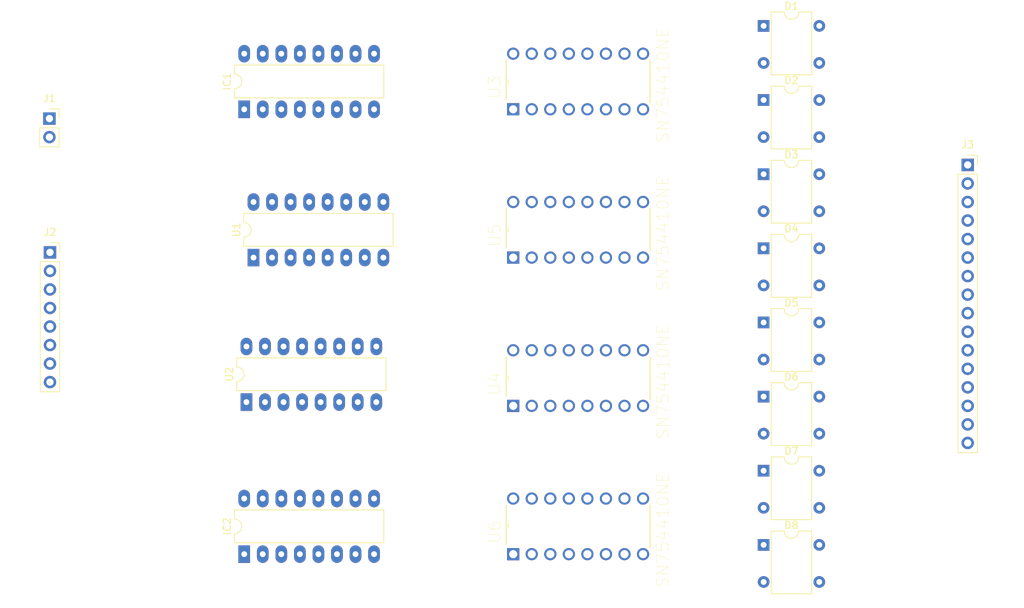
<source format=kicad_pcb>
(kicad_pcb (version 20171130) (host pcbnew "(5.1.0)-1")

  (general
    (thickness 1.6)
    (drawings 0)
    (tracks 0)
    (zones 0)
    (modules 19)
    (nets 60)
  )

  (page A4)
  (layers
    (0 F.Cu signal)
    (31 B.Cu signal)
    (32 B.Adhes user)
    (33 F.Adhes user)
    (34 B.Paste user)
    (35 F.Paste user)
    (36 B.SilkS user)
    (37 F.SilkS user)
    (38 B.Mask user)
    (39 F.Mask user)
    (40 Dwgs.User user)
    (41 Cmts.User user)
    (42 Eco1.User user)
    (43 Eco2.User user)
    (44 Edge.Cuts user)
    (45 Margin user)
    (46 B.CrtYd user)
    (47 F.CrtYd user)
    (48 B.Fab user)
    (49 F.Fab user)
  )

  (setup
    (last_trace_width 0.25)
    (trace_clearance 0.2)
    (zone_clearance 0.508)
    (zone_45_only no)
    (trace_min 0.2)
    (via_size 0.8)
    (via_drill 0.4)
    (via_min_size 0.4)
    (via_min_drill 0.3)
    (uvia_size 0.3)
    (uvia_drill 0.1)
    (uvias_allowed no)
    (uvia_min_size 0.2)
    (uvia_min_drill 0.1)
    (edge_width 0.05)
    (segment_width 0.2)
    (pcb_text_width 0.3)
    (pcb_text_size 1.5 1.5)
    (mod_edge_width 0.12)
    (mod_text_size 1 1)
    (mod_text_width 0.15)
    (pad_size 1.524 1.524)
    (pad_drill 0.762)
    (pad_to_mask_clearance 0.051)
    (solder_mask_min_width 0.25)
    (aux_axis_origin 0 0)
    (visible_elements 7FFFFFFF)
    (pcbplotparams
      (layerselection 0x010fc_ffffffff)
      (usegerberextensions false)
      (usegerberattributes false)
      (usegerberadvancedattributes false)
      (creategerberjobfile false)
      (excludeedgelayer true)
      (linewidth 0.100000)
      (plotframeref false)
      (viasonmask false)
      (mode 1)
      (useauxorigin false)
      (hpglpennumber 1)
      (hpglpenspeed 20)
      (hpglpendiameter 15.000000)
      (psnegative false)
      (psa4output false)
      (plotreference true)
      (plotvalue true)
      (plotinvisibletext false)
      (padsonsilk false)
      (subtractmaskfromsilk false)
      (outputformat 1)
      (mirror false)
      (drillshape 1)
      (scaleselection 1)
      (outputdirectory ""))
  )

  (net 0 "")
  (net 1 VDD)
  (net 2 "Net-(D1-Pad3)")
  (net 3 GND)
  (net 4 "Net-(D1-Pad4)")
  (net 5 "Net-(D2-Pad3)")
  (net 6 "Net-(D2-Pad4)")
  (net 7 "Net-(D3-Pad3)")
  (net 8 "Net-(D3-Pad4)")
  (net 9 "Net-(D4-Pad3)")
  (net 10 "Net-(D4-Pad4)")
  (net 11 "Net-(D5-Pad3)")
  (net 12 "Net-(D5-Pad4)")
  (net 13 "Net-(D6-Pad3)")
  (net 14 "Net-(D6-Pad4)")
  (net 15 "Net-(D7-Pad3)")
  (net 16 "Net-(D7-Pad4)")
  (net 17 "Net-(D8-Pad3)")
  (net 18 "Net-(D8-Pad4)")
  (net 19 "Net-(IC1-Pad16)")
  (net 20 "Net-(IC1-Pad15)")
  (net 21 "Net-(IC1-Pad7)")
  (net 22 "Net-(IC1-Pad14)")
  (net 23 "Net-(IC1-Pad6)")
  (net 24 "Net-(IC1-Pad13)")
  (net 25 "Net-(IC1-Pad5)")
  (net 26 "Net-(IC1-Pad12)")
  (net 27 "Net-(IC1-Pad4)")
  (net 28 "Net-(IC1-Pad11)")
  (net 29 "Net-(IC1-Pad3)")
  (net 30 "Net-(IC1-Pad10)")
  (net 31 "Net-(IC1-Pad2)")
  (net 32 "Net-(IC1-Pad9)")
  (net 33 VCC)
  (net 34 "Net-(IC2-Pad16)")
  (net 35 "Net-(IC2-Pad15)")
  (net 36 "Net-(IC2-Pad6)")
  (net 37 "Net-(IC2-Pad13)")
  (net 38 "Net-(IC2-Pad5)")
  (net 39 "Net-(IC2-Pad12)")
  (net 40 "Net-(IC2-Pad4)")
  (net 41 "Net-(IC2-Pad3)")
  (net 42 "Net-(IC2-Pad10)")
  (net 43 "Net-(IC2-Pad2)")
  (net 44 "Net-(J2-Pad7)")
  (net 45 "Net-(J2-Pad6)")
  (net 46 "Net-(J2-Pad5)")
  (net 47 "Net-(J2-Pad4)")
  (net 48 "Net-(J2-Pad3)")
  (net 49 "Net-(J2-Pad2)")
  (net 50 "Net-(U1-Pad15)")
  (net 51 "Net-(U1-Pad7)")
  (net 52 "Net-(U1-Pad6)")
  (net 53 "Net-(U1-Pad5)")
  (net 54 "Net-(U1-Pad4)")
  (net 55 "Net-(U1-Pad3)")
  (net 56 "Net-(U1-Pad2)")
  (net 57 "Net-(U1-Pad9)")
  (net 58 "Net-(U1-Pad1)")
  (net 59 "Net-(U2-Pad9)")

  (net_class Default "This is the default net class."
    (clearance 0.2)
    (trace_width 0.25)
    (via_dia 0.8)
    (via_drill 0.4)
    (uvia_dia 0.3)
    (uvia_drill 0.1)
    (add_net GND)
    (add_net "Net-(D1-Pad3)")
    (add_net "Net-(D1-Pad4)")
    (add_net "Net-(D2-Pad3)")
    (add_net "Net-(D2-Pad4)")
    (add_net "Net-(D3-Pad3)")
    (add_net "Net-(D3-Pad4)")
    (add_net "Net-(D4-Pad3)")
    (add_net "Net-(D4-Pad4)")
    (add_net "Net-(D5-Pad3)")
    (add_net "Net-(D5-Pad4)")
    (add_net "Net-(D6-Pad3)")
    (add_net "Net-(D6-Pad4)")
    (add_net "Net-(D7-Pad3)")
    (add_net "Net-(D7-Pad4)")
    (add_net "Net-(D8-Pad3)")
    (add_net "Net-(D8-Pad4)")
    (add_net "Net-(IC1-Pad10)")
    (add_net "Net-(IC1-Pad11)")
    (add_net "Net-(IC1-Pad12)")
    (add_net "Net-(IC1-Pad13)")
    (add_net "Net-(IC1-Pad14)")
    (add_net "Net-(IC1-Pad15)")
    (add_net "Net-(IC1-Pad16)")
    (add_net "Net-(IC1-Pad2)")
    (add_net "Net-(IC1-Pad3)")
    (add_net "Net-(IC1-Pad4)")
    (add_net "Net-(IC1-Pad5)")
    (add_net "Net-(IC1-Pad6)")
    (add_net "Net-(IC1-Pad7)")
    (add_net "Net-(IC1-Pad9)")
    (add_net "Net-(IC2-Pad10)")
    (add_net "Net-(IC2-Pad12)")
    (add_net "Net-(IC2-Pad13)")
    (add_net "Net-(IC2-Pad15)")
    (add_net "Net-(IC2-Pad16)")
    (add_net "Net-(IC2-Pad2)")
    (add_net "Net-(IC2-Pad3)")
    (add_net "Net-(IC2-Pad4)")
    (add_net "Net-(IC2-Pad5)")
    (add_net "Net-(IC2-Pad6)")
    (add_net "Net-(J2-Pad2)")
    (add_net "Net-(J2-Pad3)")
    (add_net "Net-(J2-Pad4)")
    (add_net "Net-(J2-Pad5)")
    (add_net "Net-(J2-Pad6)")
    (add_net "Net-(J2-Pad7)")
    (add_net "Net-(U1-Pad1)")
    (add_net "Net-(U1-Pad15)")
    (add_net "Net-(U1-Pad2)")
    (add_net "Net-(U1-Pad3)")
    (add_net "Net-(U1-Pad4)")
    (add_net "Net-(U1-Pad5)")
    (add_net "Net-(U1-Pad6)")
    (add_net "Net-(U1-Pad7)")
    (add_net "Net-(U1-Pad9)")
    (add_net "Net-(U2-Pad9)")
    (add_net VCC)
    (add_net VDD)
  )

  (module CD4017BE:DIP254P762X508-16 (layer F.Cu) (tedit 0) (tstamp 5DEBF845)
    (at 209.55 83.82 90)
    (path /5DEB6E1D)
    (fp_text reference U6 (at -4.57916 -20.3264 90) (layer F.SilkS)
      (effects (font (size 1.64257 1.64257) (thickness 0.05)))
    )
    (fp_text value SN754410NE (at -4.32193 2.72027 90) (layer F.SilkS)
      (effects (font (size 1.64149 1.64149) (thickness 0.05)))
    )
    (fp_arc (start -3.81 -18.7452) (end -4.1148 -18.7452) (angle -180) (layer Eco2.User) (width 0.1))
    (fp_line (start -7.112 -18.7452) (end -7.112 0.9652) (layer Eco2.User) (width 0.1524))
    (fp_line (start -4.1148 -18.7452) (end -7.112 -18.7452) (layer Eco2.User) (width 0.1524))
    (fp_line (start -3.5052 -18.7452) (end -4.1148 -18.7452) (layer Eco2.User) (width 0.1524))
    (fp_line (start -0.508 -18.7452) (end -3.5052 -18.7452) (layer Eco2.User) (width 0.1524))
    (fp_line (start -0.508 0.9652) (end -0.508 -18.7452) (layer Eco2.User) (width 0.1524))
    (fp_line (start -7.112 0.9652) (end -0.508 0.9652) (layer Eco2.User) (width 0.1524))
    (fp_line (start 0.5588 -18.3388) (end -0.508 -18.3388) (layer Eco2.User) (width 0.1524))
    (fp_line (start 0.5588 -17.2212) (end 0.5588 -18.3388) (layer Eco2.User) (width 0.1524))
    (fp_line (start -0.508 -17.2212) (end 0.5588 -17.2212) (layer Eco2.User) (width 0.1524))
    (fp_line (start -0.508 -18.3388) (end -0.508 -17.2212) (layer Eco2.User) (width 0.1524))
    (fp_line (start 0.5588 -15.7988) (end -0.508 -15.7988) (layer Eco2.User) (width 0.1524))
    (fp_line (start 0.5588 -14.6812) (end 0.5588 -15.7988) (layer Eco2.User) (width 0.1524))
    (fp_line (start -0.508 -14.6812) (end 0.5588 -14.6812) (layer Eco2.User) (width 0.1524))
    (fp_line (start -0.508 -15.7988) (end -0.508 -14.6812) (layer Eco2.User) (width 0.1524))
    (fp_line (start 0.5588 -13.2588) (end -0.508 -13.2588) (layer Eco2.User) (width 0.1524))
    (fp_line (start 0.5588 -12.1412) (end 0.5588 -13.2588) (layer Eco2.User) (width 0.1524))
    (fp_line (start -0.508 -12.1412) (end 0.5588 -12.1412) (layer Eco2.User) (width 0.1524))
    (fp_line (start -0.508 -13.2588) (end -0.508 -12.1412) (layer Eco2.User) (width 0.1524))
    (fp_line (start 0.5588 -10.7188) (end -0.508 -10.7188) (layer Eco2.User) (width 0.1524))
    (fp_line (start 0.5588 -9.6012) (end 0.5588 -10.7188) (layer Eco2.User) (width 0.1524))
    (fp_line (start -0.508 -9.6012) (end 0.5588 -9.6012) (layer Eco2.User) (width 0.1524))
    (fp_line (start -0.508 -10.7188) (end -0.508 -9.6012) (layer Eco2.User) (width 0.1524))
    (fp_line (start 0.5588 -8.1788) (end -0.508 -8.1788) (layer Eco2.User) (width 0.1524))
    (fp_line (start 0.5588 -7.0612) (end 0.5588 -8.1788) (layer Eco2.User) (width 0.1524))
    (fp_line (start -0.508 -7.0612) (end 0.5588 -7.0612) (layer Eco2.User) (width 0.1524))
    (fp_line (start -0.508 -8.1788) (end -0.508 -7.0612) (layer Eco2.User) (width 0.1524))
    (fp_line (start 0.5588 -5.6388) (end -0.508 -5.6388) (layer Eco2.User) (width 0.1524))
    (fp_line (start 0.5588 -4.5212) (end 0.5588 -5.6388) (layer Eco2.User) (width 0.1524))
    (fp_line (start -0.508 -4.5212) (end 0.5588 -4.5212) (layer Eco2.User) (width 0.1524))
    (fp_line (start -0.508 -5.6388) (end -0.508 -4.5212) (layer Eco2.User) (width 0.1524))
    (fp_line (start 0.5588 -3.0988) (end -0.508 -3.0988) (layer Eco2.User) (width 0.1524))
    (fp_line (start 0.5588 -1.9812) (end 0.5588 -3.0988) (layer Eco2.User) (width 0.1524))
    (fp_line (start -0.508 -1.9812) (end 0.5588 -1.9812) (layer Eco2.User) (width 0.1524))
    (fp_line (start -0.508 -3.0988) (end -0.508 -1.9812) (layer Eco2.User) (width 0.1524))
    (fp_line (start 0.5588 -0.5588) (end -0.508 -0.5588) (layer Eco2.User) (width 0.1524))
    (fp_line (start 0.5588 0.5588) (end 0.5588 -0.5588) (layer Eco2.User) (width 0.1524))
    (fp_line (start -0.508 0.5588) (end 0.5588 0.5588) (layer Eco2.User) (width 0.1524))
    (fp_line (start -0.508 -0.5588) (end -0.508 0.5588) (layer Eco2.User) (width 0.1524))
    (fp_line (start -8.1788 0.5588) (end -7.112 0.5588) (layer Eco2.User) (width 0.1524))
    (fp_line (start -8.1788 -0.5588) (end -8.1788 0.5588) (layer Eco2.User) (width 0.1524))
    (fp_line (start -7.112 -0.5588) (end -8.1788 -0.5588) (layer Eco2.User) (width 0.1524))
    (fp_line (start -7.112 0.5588) (end -7.112 -0.5588) (layer Eco2.User) (width 0.1524))
    (fp_line (start -8.1788 -1.9812) (end -7.112 -1.9812) (layer Eco2.User) (width 0.1524))
    (fp_line (start -8.1788 -3.0988) (end -8.1788 -1.9812) (layer Eco2.User) (width 0.1524))
    (fp_line (start -7.112 -3.0988) (end -8.1788 -3.0988) (layer Eco2.User) (width 0.1524))
    (fp_line (start -7.112 -1.9812) (end -7.112 -3.0988) (layer Eco2.User) (width 0.1524))
    (fp_line (start -8.1788 -4.5212) (end -7.112 -4.5212) (layer Eco2.User) (width 0.1524))
    (fp_line (start -8.1788 -5.6388) (end -8.1788 -4.5212) (layer Eco2.User) (width 0.1524))
    (fp_line (start -7.112 -5.6388) (end -8.1788 -5.6388) (layer Eco2.User) (width 0.1524))
    (fp_line (start -7.112 -4.5212) (end -7.112 -5.6388) (layer Eco2.User) (width 0.1524))
    (fp_line (start -8.1788 -7.0612) (end -7.112 -7.0612) (layer Eco2.User) (width 0.1524))
    (fp_line (start -8.1788 -8.1788) (end -8.1788 -7.0612) (layer Eco2.User) (width 0.1524))
    (fp_line (start -7.112 -8.1788) (end -8.1788 -8.1788) (layer Eco2.User) (width 0.1524))
    (fp_line (start -7.112 -7.0612) (end -7.112 -8.1788) (layer Eco2.User) (width 0.1524))
    (fp_line (start -8.1788 -9.6012) (end -7.112 -9.6012) (layer Eco2.User) (width 0.1524))
    (fp_line (start -8.1788 -10.7188) (end -8.1788 -9.6012) (layer Eco2.User) (width 0.1524))
    (fp_line (start -7.112 -10.7188) (end -8.1788 -10.7188) (layer Eco2.User) (width 0.1524))
    (fp_line (start -7.112 -9.6012) (end -7.112 -10.7188) (layer Eco2.User) (width 0.1524))
    (fp_line (start -8.1788 -12.1412) (end -7.112 -12.1412) (layer Eco2.User) (width 0.1524))
    (fp_line (start -8.1788 -13.2588) (end -8.1788 -12.1412) (layer Eco2.User) (width 0.1524))
    (fp_line (start -7.112 -13.2588) (end -8.1788 -13.2588) (layer Eco2.User) (width 0.1524))
    (fp_line (start -7.112 -12.1412) (end -7.112 -13.2588) (layer Eco2.User) (width 0.1524))
    (fp_line (start -8.1788 -14.6812) (end -7.112 -14.6812) (layer Eco2.User) (width 0.1524))
    (fp_line (start -8.1788 -15.7988) (end -8.1788 -14.6812) (layer Eco2.User) (width 0.1524))
    (fp_line (start -7.112 -15.7988) (end -8.1788 -15.7988) (layer Eco2.User) (width 0.1524))
    (fp_line (start -7.112 -14.6812) (end -7.112 -15.7988) (layer Eco2.User) (width 0.1524))
    (fp_line (start -8.1788 -17.2212) (end -7.112 -17.2212) (layer Eco2.User) (width 0.1524))
    (fp_line (start -8.1788 -18.3388) (end -8.1788 -17.2212) (layer Eco2.User) (width 0.1524))
    (fp_line (start -7.112 -18.3388) (end -8.1788 -18.3388) (layer Eco2.User) (width 0.1524))
    (fp_line (start -7.112 -17.2212) (end -7.112 -18.3388) (layer Eco2.User) (width 0.1524))
    (fp_arc (start -3.81 -18.7452) (end -4.1148 -18.7452) (angle -180) (layer F.SilkS) (width 0.1))
    (fp_line (start -4.1148 -18.7452) (end -6.2992 -18.7452) (layer F.SilkS) (width 0.1524))
    (fp_line (start -3.5052 -18.7452) (end -4.1148 -18.7452) (layer F.SilkS) (width 0.1524))
    (fp_line (start -0.889 -18.7452) (end -3.5052 -18.7452) (layer F.SilkS) (width 0.1524))
    (fp_line (start -6.731 0.9652) (end -0.889 0.9652) (layer F.SilkS) (width 0.1524))
    (pad 16 thru_hole circle (at 0 -17.78 90) (size 1.6764 1.6764) (drill 1.1176) (layers *.Cu *.Mask)
      (net 33 VCC))
    (pad 15 thru_hole circle (at 0 -15.24 90) (size 1.6764 1.6764) (drill 1.1176) (layers *.Cu *.Mask)
      (net 40 "Net-(IC2-Pad4)"))
    (pad 14 thru_hole circle (at 0 -12.7 90) (size 1.6764 1.6764) (drill 1.1176) (layers *.Cu *.Mask)
      (net 18 "Net-(D8-Pad4)"))
    (pad 13 thru_hole circle (at 0 -10.16 90) (size 1.6764 1.6764) (drill 1.1176) (layers *.Cu *.Mask)
      (net 3 GND))
    (pad 12 thru_hole circle (at 0 -7.62 90) (size 1.6764 1.6764) (drill 1.1176) (layers *.Cu *.Mask)
      (net 3 GND))
    (pad 11 thru_hole circle (at 0 -5.08 90) (size 1.6764 1.6764) (drill 1.1176) (layers *.Cu *.Mask)
      (net 17 "Net-(D8-Pad3)"))
    (pad 10 thru_hole circle (at 0 -2.54 90) (size 1.6764 1.6764) (drill 1.1176) (layers *.Cu *.Mask)
      (net 38 "Net-(IC2-Pad5)"))
    (pad 9 thru_hole circle (at 0 0 90) (size 1.6764 1.6764) (drill 1.1176) (layers *.Cu *.Mask)
      (net 51 "Net-(U1-Pad7)"))
    (pad 8 thru_hole circle (at -7.62 0 90) (size 1.6764 1.6764) (drill 1.1176) (layers *.Cu *.Mask)
      (net 1 VDD))
    (pad 7 thru_hole circle (at -7.62 -2.54 90) (size 1.6764 1.6764) (drill 1.1176) (layers *.Cu *.Mask)
      (net 43 "Net-(IC2-Pad2)"))
    (pad 6 thru_hole circle (at -7.62 -5.08 90) (size 1.6764 1.6764) (drill 1.1176) (layers *.Cu *.Mask)
      (net 16 "Net-(D7-Pad4)"))
    (pad 5 thru_hole circle (at -7.62 -7.62 90) (size 1.6764 1.6764) (drill 1.1176) (layers *.Cu *.Mask)
      (net 3 GND))
    (pad 4 thru_hole circle (at -7.62 -10.16 90) (size 1.6764 1.6764) (drill 1.1176) (layers *.Cu *.Mask)
      (net 3 GND))
    (pad 3 thru_hole circle (at -7.62 -12.7 90) (size 1.6764 1.6764) (drill 1.1176) (layers *.Cu *.Mask)
      (net 15 "Net-(D7-Pad3)"))
    (pad 2 thru_hole circle (at -7.62 -15.24 90) (size 1.6764 1.6764) (drill 1.1176) (layers *.Cu *.Mask)
      (net 41 "Net-(IC2-Pad3)"))
    (pad 1 thru_hole rect (at -7.62 -17.78 90) (size 1.6764 1.6764) (drill 1.1176) (layers *.Cu *.Mask)
      (net 52 "Net-(U1-Pad6)"))
  )

  (module CD4017BE:DIP254P762X508-16 (layer F.Cu) (tedit 0) (tstamp 5DEBF7E5)
    (at 209.55 43.18 90)
    (path /5DEB6E0E)
    (fp_text reference U5 (at -4.57916 -20.3264 90) (layer F.SilkS)
      (effects (font (size 1.64257 1.64257) (thickness 0.05)))
    )
    (fp_text value SN754410NE (at -4.32193 2.72027 90) (layer F.SilkS)
      (effects (font (size 1.64149 1.64149) (thickness 0.05)))
    )
    (fp_arc (start -3.81 -18.7452) (end -4.1148 -18.7452) (angle -180) (layer Eco2.User) (width 0.1))
    (fp_line (start -7.112 -18.7452) (end -7.112 0.9652) (layer Eco2.User) (width 0.1524))
    (fp_line (start -4.1148 -18.7452) (end -7.112 -18.7452) (layer Eco2.User) (width 0.1524))
    (fp_line (start -3.5052 -18.7452) (end -4.1148 -18.7452) (layer Eco2.User) (width 0.1524))
    (fp_line (start -0.508 -18.7452) (end -3.5052 -18.7452) (layer Eco2.User) (width 0.1524))
    (fp_line (start -0.508 0.9652) (end -0.508 -18.7452) (layer Eco2.User) (width 0.1524))
    (fp_line (start -7.112 0.9652) (end -0.508 0.9652) (layer Eco2.User) (width 0.1524))
    (fp_line (start 0.5588 -18.3388) (end -0.508 -18.3388) (layer Eco2.User) (width 0.1524))
    (fp_line (start 0.5588 -17.2212) (end 0.5588 -18.3388) (layer Eco2.User) (width 0.1524))
    (fp_line (start -0.508 -17.2212) (end 0.5588 -17.2212) (layer Eco2.User) (width 0.1524))
    (fp_line (start -0.508 -18.3388) (end -0.508 -17.2212) (layer Eco2.User) (width 0.1524))
    (fp_line (start 0.5588 -15.7988) (end -0.508 -15.7988) (layer Eco2.User) (width 0.1524))
    (fp_line (start 0.5588 -14.6812) (end 0.5588 -15.7988) (layer Eco2.User) (width 0.1524))
    (fp_line (start -0.508 -14.6812) (end 0.5588 -14.6812) (layer Eco2.User) (width 0.1524))
    (fp_line (start -0.508 -15.7988) (end -0.508 -14.6812) (layer Eco2.User) (width 0.1524))
    (fp_line (start 0.5588 -13.2588) (end -0.508 -13.2588) (layer Eco2.User) (width 0.1524))
    (fp_line (start 0.5588 -12.1412) (end 0.5588 -13.2588) (layer Eco2.User) (width 0.1524))
    (fp_line (start -0.508 -12.1412) (end 0.5588 -12.1412) (layer Eco2.User) (width 0.1524))
    (fp_line (start -0.508 -13.2588) (end -0.508 -12.1412) (layer Eco2.User) (width 0.1524))
    (fp_line (start 0.5588 -10.7188) (end -0.508 -10.7188) (layer Eco2.User) (width 0.1524))
    (fp_line (start 0.5588 -9.6012) (end 0.5588 -10.7188) (layer Eco2.User) (width 0.1524))
    (fp_line (start -0.508 -9.6012) (end 0.5588 -9.6012) (layer Eco2.User) (width 0.1524))
    (fp_line (start -0.508 -10.7188) (end -0.508 -9.6012) (layer Eco2.User) (width 0.1524))
    (fp_line (start 0.5588 -8.1788) (end -0.508 -8.1788) (layer Eco2.User) (width 0.1524))
    (fp_line (start 0.5588 -7.0612) (end 0.5588 -8.1788) (layer Eco2.User) (width 0.1524))
    (fp_line (start -0.508 -7.0612) (end 0.5588 -7.0612) (layer Eco2.User) (width 0.1524))
    (fp_line (start -0.508 -8.1788) (end -0.508 -7.0612) (layer Eco2.User) (width 0.1524))
    (fp_line (start 0.5588 -5.6388) (end -0.508 -5.6388) (layer Eco2.User) (width 0.1524))
    (fp_line (start 0.5588 -4.5212) (end 0.5588 -5.6388) (layer Eco2.User) (width 0.1524))
    (fp_line (start -0.508 -4.5212) (end 0.5588 -4.5212) (layer Eco2.User) (width 0.1524))
    (fp_line (start -0.508 -5.6388) (end -0.508 -4.5212) (layer Eco2.User) (width 0.1524))
    (fp_line (start 0.5588 -3.0988) (end -0.508 -3.0988) (layer Eco2.User) (width 0.1524))
    (fp_line (start 0.5588 -1.9812) (end 0.5588 -3.0988) (layer Eco2.User) (width 0.1524))
    (fp_line (start -0.508 -1.9812) (end 0.5588 -1.9812) (layer Eco2.User) (width 0.1524))
    (fp_line (start -0.508 -3.0988) (end -0.508 -1.9812) (layer Eco2.User) (width 0.1524))
    (fp_line (start 0.5588 -0.5588) (end -0.508 -0.5588) (layer Eco2.User) (width 0.1524))
    (fp_line (start 0.5588 0.5588) (end 0.5588 -0.5588) (layer Eco2.User) (width 0.1524))
    (fp_line (start -0.508 0.5588) (end 0.5588 0.5588) (layer Eco2.User) (width 0.1524))
    (fp_line (start -0.508 -0.5588) (end -0.508 0.5588) (layer Eco2.User) (width 0.1524))
    (fp_line (start -8.1788 0.5588) (end -7.112 0.5588) (layer Eco2.User) (width 0.1524))
    (fp_line (start -8.1788 -0.5588) (end -8.1788 0.5588) (layer Eco2.User) (width 0.1524))
    (fp_line (start -7.112 -0.5588) (end -8.1788 -0.5588) (layer Eco2.User) (width 0.1524))
    (fp_line (start -7.112 0.5588) (end -7.112 -0.5588) (layer Eco2.User) (width 0.1524))
    (fp_line (start -8.1788 -1.9812) (end -7.112 -1.9812) (layer Eco2.User) (width 0.1524))
    (fp_line (start -8.1788 -3.0988) (end -8.1788 -1.9812) (layer Eco2.User) (width 0.1524))
    (fp_line (start -7.112 -3.0988) (end -8.1788 -3.0988) (layer Eco2.User) (width 0.1524))
    (fp_line (start -7.112 -1.9812) (end -7.112 -3.0988) (layer Eco2.User) (width 0.1524))
    (fp_line (start -8.1788 -4.5212) (end -7.112 -4.5212) (layer Eco2.User) (width 0.1524))
    (fp_line (start -8.1788 -5.6388) (end -8.1788 -4.5212) (layer Eco2.User) (width 0.1524))
    (fp_line (start -7.112 -5.6388) (end -8.1788 -5.6388) (layer Eco2.User) (width 0.1524))
    (fp_line (start -7.112 -4.5212) (end -7.112 -5.6388) (layer Eco2.User) (width 0.1524))
    (fp_line (start -8.1788 -7.0612) (end -7.112 -7.0612) (layer Eco2.User) (width 0.1524))
    (fp_line (start -8.1788 -8.1788) (end -8.1788 -7.0612) (layer Eco2.User) (width 0.1524))
    (fp_line (start -7.112 -8.1788) (end -8.1788 -8.1788) (layer Eco2.User) (width 0.1524))
    (fp_line (start -7.112 -7.0612) (end -7.112 -8.1788) (layer Eco2.User) (width 0.1524))
    (fp_line (start -8.1788 -9.6012) (end -7.112 -9.6012) (layer Eco2.User) (width 0.1524))
    (fp_line (start -8.1788 -10.7188) (end -8.1788 -9.6012) (layer Eco2.User) (width 0.1524))
    (fp_line (start -7.112 -10.7188) (end -8.1788 -10.7188) (layer Eco2.User) (width 0.1524))
    (fp_line (start -7.112 -9.6012) (end -7.112 -10.7188) (layer Eco2.User) (width 0.1524))
    (fp_line (start -8.1788 -12.1412) (end -7.112 -12.1412) (layer Eco2.User) (width 0.1524))
    (fp_line (start -8.1788 -13.2588) (end -8.1788 -12.1412) (layer Eco2.User) (width 0.1524))
    (fp_line (start -7.112 -13.2588) (end -8.1788 -13.2588) (layer Eco2.User) (width 0.1524))
    (fp_line (start -7.112 -12.1412) (end -7.112 -13.2588) (layer Eco2.User) (width 0.1524))
    (fp_line (start -8.1788 -14.6812) (end -7.112 -14.6812) (layer Eco2.User) (width 0.1524))
    (fp_line (start -8.1788 -15.7988) (end -8.1788 -14.6812) (layer Eco2.User) (width 0.1524))
    (fp_line (start -7.112 -15.7988) (end -8.1788 -15.7988) (layer Eco2.User) (width 0.1524))
    (fp_line (start -7.112 -14.6812) (end -7.112 -15.7988) (layer Eco2.User) (width 0.1524))
    (fp_line (start -8.1788 -17.2212) (end -7.112 -17.2212) (layer Eco2.User) (width 0.1524))
    (fp_line (start -8.1788 -18.3388) (end -8.1788 -17.2212) (layer Eco2.User) (width 0.1524))
    (fp_line (start -7.112 -18.3388) (end -8.1788 -18.3388) (layer Eco2.User) (width 0.1524))
    (fp_line (start -7.112 -17.2212) (end -7.112 -18.3388) (layer Eco2.User) (width 0.1524))
    (fp_arc (start -3.81 -18.7452) (end -4.1148 -18.7452) (angle -180) (layer F.SilkS) (width 0.1))
    (fp_line (start -4.1148 -18.7452) (end -6.2992 -18.7452) (layer F.SilkS) (width 0.1524))
    (fp_line (start -3.5052 -18.7452) (end -4.1148 -18.7452) (layer F.SilkS) (width 0.1524))
    (fp_line (start -0.889 -18.7452) (end -3.5052 -18.7452) (layer F.SilkS) (width 0.1524))
    (fp_line (start -6.731 0.9652) (end -0.889 0.9652) (layer F.SilkS) (width 0.1524))
    (pad 16 thru_hole circle (at 0 -17.78 90) (size 1.6764 1.6764) (drill 1.1176) (layers *.Cu *.Mask)
      (net 33 VCC))
    (pad 15 thru_hole circle (at 0 -15.24 90) (size 1.6764 1.6764) (drill 1.1176) (layers *.Cu *.Mask)
      (net 30 "Net-(IC1-Pad10)"))
    (pad 14 thru_hole circle (at 0 -12.7 90) (size 1.6764 1.6764) (drill 1.1176) (layers *.Cu *.Mask)
      (net 10 "Net-(D4-Pad4)"))
    (pad 13 thru_hole circle (at 0 -10.16 90) (size 1.6764 1.6764) (drill 1.1176) (layers *.Cu *.Mask)
      (net 3 GND))
    (pad 12 thru_hole circle (at 0 -7.62 90) (size 1.6764 1.6764) (drill 1.1176) (layers *.Cu *.Mask)
      (net 3 GND))
    (pad 11 thru_hole circle (at 0 -5.08 90) (size 1.6764 1.6764) (drill 1.1176) (layers *.Cu *.Mask)
      (net 9 "Net-(D4-Pad3)"))
    (pad 10 thru_hole circle (at 0 -2.54 90) (size 1.6764 1.6764) (drill 1.1176) (layers *.Cu *.Mask)
      (net 32 "Net-(IC1-Pad9)"))
    (pad 9 thru_hole circle (at 0 0 90) (size 1.6764 1.6764) (drill 1.1176) (layers *.Cu *.Mask)
      (net 55 "Net-(U1-Pad3)"))
    (pad 8 thru_hole circle (at -7.62 0 90) (size 1.6764 1.6764) (drill 1.1176) (layers *.Cu *.Mask)
      (net 1 VDD))
    (pad 7 thru_hole circle (at -7.62 -2.54 90) (size 1.6764 1.6764) (drill 1.1176) (layers *.Cu *.Mask)
      (net 23 "Net-(IC1-Pad6)"))
    (pad 6 thru_hole circle (at -7.62 -5.08 90) (size 1.6764 1.6764) (drill 1.1176) (layers *.Cu *.Mask)
      (net 8 "Net-(D3-Pad4)"))
    (pad 5 thru_hole circle (at -7.62 -7.62 90) (size 1.6764 1.6764) (drill 1.1176) (layers *.Cu *.Mask)
      (net 3 GND))
    (pad 4 thru_hole circle (at -7.62 -10.16 90) (size 1.6764 1.6764) (drill 1.1176) (layers *.Cu *.Mask)
      (net 3 GND))
    (pad 3 thru_hole circle (at -7.62 -12.7 90) (size 1.6764 1.6764) (drill 1.1176) (layers *.Cu *.Mask)
      (net 7 "Net-(D3-Pad3)"))
    (pad 2 thru_hole circle (at -7.62 -15.24 90) (size 1.6764 1.6764) (drill 1.1176) (layers *.Cu *.Mask)
      (net 21 "Net-(IC1-Pad7)"))
    (pad 1 thru_hole rect (at -7.62 -17.78 90) (size 1.6764 1.6764) (drill 1.1176) (layers *.Cu *.Mask)
      (net 56 "Net-(U1-Pad2)"))
  )

  (module CD4017BE:DIP254P762X508-16 (layer F.Cu) (tedit 0) (tstamp 5DEBF785)
    (at 209.55 63.5 90)
    (path /5DEAFE59)
    (fp_text reference U4 (at -4.57916 -20.3264 90) (layer F.SilkS)
      (effects (font (size 1.64257 1.64257) (thickness 0.05)))
    )
    (fp_text value SN754410NE (at -4.32193 2.72027 90) (layer F.SilkS)
      (effects (font (size 1.64149 1.64149) (thickness 0.05)))
    )
    (fp_arc (start -3.81 -18.7452) (end -4.1148 -18.7452) (angle -180) (layer Eco2.User) (width 0.1))
    (fp_line (start -7.112 -18.7452) (end -7.112 0.9652) (layer Eco2.User) (width 0.1524))
    (fp_line (start -4.1148 -18.7452) (end -7.112 -18.7452) (layer Eco2.User) (width 0.1524))
    (fp_line (start -3.5052 -18.7452) (end -4.1148 -18.7452) (layer Eco2.User) (width 0.1524))
    (fp_line (start -0.508 -18.7452) (end -3.5052 -18.7452) (layer Eco2.User) (width 0.1524))
    (fp_line (start -0.508 0.9652) (end -0.508 -18.7452) (layer Eco2.User) (width 0.1524))
    (fp_line (start -7.112 0.9652) (end -0.508 0.9652) (layer Eco2.User) (width 0.1524))
    (fp_line (start 0.5588 -18.3388) (end -0.508 -18.3388) (layer Eco2.User) (width 0.1524))
    (fp_line (start 0.5588 -17.2212) (end 0.5588 -18.3388) (layer Eco2.User) (width 0.1524))
    (fp_line (start -0.508 -17.2212) (end 0.5588 -17.2212) (layer Eco2.User) (width 0.1524))
    (fp_line (start -0.508 -18.3388) (end -0.508 -17.2212) (layer Eco2.User) (width 0.1524))
    (fp_line (start 0.5588 -15.7988) (end -0.508 -15.7988) (layer Eco2.User) (width 0.1524))
    (fp_line (start 0.5588 -14.6812) (end 0.5588 -15.7988) (layer Eco2.User) (width 0.1524))
    (fp_line (start -0.508 -14.6812) (end 0.5588 -14.6812) (layer Eco2.User) (width 0.1524))
    (fp_line (start -0.508 -15.7988) (end -0.508 -14.6812) (layer Eco2.User) (width 0.1524))
    (fp_line (start 0.5588 -13.2588) (end -0.508 -13.2588) (layer Eco2.User) (width 0.1524))
    (fp_line (start 0.5588 -12.1412) (end 0.5588 -13.2588) (layer Eco2.User) (width 0.1524))
    (fp_line (start -0.508 -12.1412) (end 0.5588 -12.1412) (layer Eco2.User) (width 0.1524))
    (fp_line (start -0.508 -13.2588) (end -0.508 -12.1412) (layer Eco2.User) (width 0.1524))
    (fp_line (start 0.5588 -10.7188) (end -0.508 -10.7188) (layer Eco2.User) (width 0.1524))
    (fp_line (start 0.5588 -9.6012) (end 0.5588 -10.7188) (layer Eco2.User) (width 0.1524))
    (fp_line (start -0.508 -9.6012) (end 0.5588 -9.6012) (layer Eco2.User) (width 0.1524))
    (fp_line (start -0.508 -10.7188) (end -0.508 -9.6012) (layer Eco2.User) (width 0.1524))
    (fp_line (start 0.5588 -8.1788) (end -0.508 -8.1788) (layer Eco2.User) (width 0.1524))
    (fp_line (start 0.5588 -7.0612) (end 0.5588 -8.1788) (layer Eco2.User) (width 0.1524))
    (fp_line (start -0.508 -7.0612) (end 0.5588 -7.0612) (layer Eco2.User) (width 0.1524))
    (fp_line (start -0.508 -8.1788) (end -0.508 -7.0612) (layer Eco2.User) (width 0.1524))
    (fp_line (start 0.5588 -5.6388) (end -0.508 -5.6388) (layer Eco2.User) (width 0.1524))
    (fp_line (start 0.5588 -4.5212) (end 0.5588 -5.6388) (layer Eco2.User) (width 0.1524))
    (fp_line (start -0.508 -4.5212) (end 0.5588 -4.5212) (layer Eco2.User) (width 0.1524))
    (fp_line (start -0.508 -5.6388) (end -0.508 -4.5212) (layer Eco2.User) (width 0.1524))
    (fp_line (start 0.5588 -3.0988) (end -0.508 -3.0988) (layer Eco2.User) (width 0.1524))
    (fp_line (start 0.5588 -1.9812) (end 0.5588 -3.0988) (layer Eco2.User) (width 0.1524))
    (fp_line (start -0.508 -1.9812) (end 0.5588 -1.9812) (layer Eco2.User) (width 0.1524))
    (fp_line (start -0.508 -3.0988) (end -0.508 -1.9812) (layer Eco2.User) (width 0.1524))
    (fp_line (start 0.5588 -0.5588) (end -0.508 -0.5588) (layer Eco2.User) (width 0.1524))
    (fp_line (start 0.5588 0.5588) (end 0.5588 -0.5588) (layer Eco2.User) (width 0.1524))
    (fp_line (start -0.508 0.5588) (end 0.5588 0.5588) (layer Eco2.User) (width 0.1524))
    (fp_line (start -0.508 -0.5588) (end -0.508 0.5588) (layer Eco2.User) (width 0.1524))
    (fp_line (start -8.1788 0.5588) (end -7.112 0.5588) (layer Eco2.User) (width 0.1524))
    (fp_line (start -8.1788 -0.5588) (end -8.1788 0.5588) (layer Eco2.User) (width 0.1524))
    (fp_line (start -7.112 -0.5588) (end -8.1788 -0.5588) (layer Eco2.User) (width 0.1524))
    (fp_line (start -7.112 0.5588) (end -7.112 -0.5588) (layer Eco2.User) (width 0.1524))
    (fp_line (start -8.1788 -1.9812) (end -7.112 -1.9812) (layer Eco2.User) (width 0.1524))
    (fp_line (start -8.1788 -3.0988) (end -8.1788 -1.9812) (layer Eco2.User) (width 0.1524))
    (fp_line (start -7.112 -3.0988) (end -8.1788 -3.0988) (layer Eco2.User) (width 0.1524))
    (fp_line (start -7.112 -1.9812) (end -7.112 -3.0988) (layer Eco2.User) (width 0.1524))
    (fp_line (start -8.1788 -4.5212) (end -7.112 -4.5212) (layer Eco2.User) (width 0.1524))
    (fp_line (start -8.1788 -5.6388) (end -8.1788 -4.5212) (layer Eco2.User) (width 0.1524))
    (fp_line (start -7.112 -5.6388) (end -8.1788 -5.6388) (layer Eco2.User) (width 0.1524))
    (fp_line (start -7.112 -4.5212) (end -7.112 -5.6388) (layer Eco2.User) (width 0.1524))
    (fp_line (start -8.1788 -7.0612) (end -7.112 -7.0612) (layer Eco2.User) (width 0.1524))
    (fp_line (start -8.1788 -8.1788) (end -8.1788 -7.0612) (layer Eco2.User) (width 0.1524))
    (fp_line (start -7.112 -8.1788) (end -8.1788 -8.1788) (layer Eco2.User) (width 0.1524))
    (fp_line (start -7.112 -7.0612) (end -7.112 -8.1788) (layer Eco2.User) (width 0.1524))
    (fp_line (start -8.1788 -9.6012) (end -7.112 -9.6012) (layer Eco2.User) (width 0.1524))
    (fp_line (start -8.1788 -10.7188) (end -8.1788 -9.6012) (layer Eco2.User) (width 0.1524))
    (fp_line (start -7.112 -10.7188) (end -8.1788 -10.7188) (layer Eco2.User) (width 0.1524))
    (fp_line (start -7.112 -9.6012) (end -7.112 -10.7188) (layer Eco2.User) (width 0.1524))
    (fp_line (start -8.1788 -12.1412) (end -7.112 -12.1412) (layer Eco2.User) (width 0.1524))
    (fp_line (start -8.1788 -13.2588) (end -8.1788 -12.1412) (layer Eco2.User) (width 0.1524))
    (fp_line (start -7.112 -13.2588) (end -8.1788 -13.2588) (layer Eco2.User) (width 0.1524))
    (fp_line (start -7.112 -12.1412) (end -7.112 -13.2588) (layer Eco2.User) (width 0.1524))
    (fp_line (start -8.1788 -14.6812) (end -7.112 -14.6812) (layer Eco2.User) (width 0.1524))
    (fp_line (start -8.1788 -15.7988) (end -8.1788 -14.6812) (layer Eco2.User) (width 0.1524))
    (fp_line (start -7.112 -15.7988) (end -8.1788 -15.7988) (layer Eco2.User) (width 0.1524))
    (fp_line (start -7.112 -14.6812) (end -7.112 -15.7988) (layer Eco2.User) (width 0.1524))
    (fp_line (start -8.1788 -17.2212) (end -7.112 -17.2212) (layer Eco2.User) (width 0.1524))
    (fp_line (start -8.1788 -18.3388) (end -8.1788 -17.2212) (layer Eco2.User) (width 0.1524))
    (fp_line (start -7.112 -18.3388) (end -8.1788 -18.3388) (layer Eco2.User) (width 0.1524))
    (fp_line (start -7.112 -17.2212) (end -7.112 -18.3388) (layer Eco2.User) (width 0.1524))
    (fp_arc (start -3.81 -18.7452) (end -4.1148 -18.7452) (angle -180) (layer F.SilkS) (width 0.1))
    (fp_line (start -4.1148 -18.7452) (end -6.2992 -18.7452) (layer F.SilkS) (width 0.1524))
    (fp_line (start -3.5052 -18.7452) (end -4.1148 -18.7452) (layer F.SilkS) (width 0.1524))
    (fp_line (start -0.889 -18.7452) (end -3.5052 -18.7452) (layer F.SilkS) (width 0.1524))
    (fp_line (start -6.731 0.9652) (end -0.889 0.9652) (layer F.SilkS) (width 0.1524))
    (pad 16 thru_hole circle (at 0 -17.78 90) (size 1.6764 1.6764) (drill 1.1176) (layers *.Cu *.Mask)
      (net 33 VCC))
    (pad 15 thru_hole circle (at 0 -15.24 90) (size 1.6764 1.6764) (drill 1.1176) (layers *.Cu *.Mask)
      (net 20 "Net-(IC1-Pad15)"))
    (pad 14 thru_hole circle (at 0 -12.7 90) (size 1.6764 1.6764) (drill 1.1176) (layers *.Cu *.Mask)
      (net 14 "Net-(D6-Pad4)"))
    (pad 13 thru_hole circle (at 0 -10.16 90) (size 1.6764 1.6764) (drill 1.1176) (layers *.Cu *.Mask)
      (net 3 GND))
    (pad 12 thru_hole circle (at 0 -7.62 90) (size 1.6764 1.6764) (drill 1.1176) (layers *.Cu *.Mask)
      (net 3 GND))
    (pad 11 thru_hole circle (at 0 -5.08 90) (size 1.6764 1.6764) (drill 1.1176) (layers *.Cu *.Mask)
      (net 13 "Net-(D6-Pad3)"))
    (pad 10 thru_hole circle (at 0 -2.54 90) (size 1.6764 1.6764) (drill 1.1176) (layers *.Cu *.Mask)
      (net 22 "Net-(IC1-Pad14)"))
    (pad 9 thru_hole circle (at 0 0 90) (size 1.6764 1.6764) (drill 1.1176) (layers *.Cu *.Mask)
      (net 53 "Net-(U1-Pad5)"))
    (pad 8 thru_hole circle (at -7.62 0 90) (size 1.6764 1.6764) (drill 1.1176) (layers *.Cu *.Mask)
      (net 1 VDD))
    (pad 7 thru_hole circle (at -7.62 -2.54 90) (size 1.6764 1.6764) (drill 1.1176) (layers *.Cu *.Mask)
      (net 26 "Net-(IC1-Pad12)"))
    (pad 6 thru_hole circle (at -7.62 -5.08 90) (size 1.6764 1.6764) (drill 1.1176) (layers *.Cu *.Mask)
      (net 12 "Net-(D5-Pad4)"))
    (pad 5 thru_hole circle (at -7.62 -7.62 90) (size 1.6764 1.6764) (drill 1.1176) (layers *.Cu *.Mask)
      (net 3 GND))
    (pad 4 thru_hole circle (at -7.62 -10.16 90) (size 1.6764 1.6764) (drill 1.1176) (layers *.Cu *.Mask)
      (net 3 GND))
    (pad 3 thru_hole circle (at -7.62 -12.7 90) (size 1.6764 1.6764) (drill 1.1176) (layers *.Cu *.Mask)
      (net 11 "Net-(D5-Pad3)"))
    (pad 2 thru_hole circle (at -7.62 -15.24 90) (size 1.6764 1.6764) (drill 1.1176) (layers *.Cu *.Mask)
      (net 28 "Net-(IC1-Pad11)"))
    (pad 1 thru_hole rect (at -7.62 -17.78 90) (size 1.6764 1.6764) (drill 1.1176) (layers *.Cu *.Mask)
      (net 54 "Net-(U1-Pad4)"))
  )

  (module CD4017BE:DIP254P762X508-16 (layer F.Cu) (tedit 0) (tstamp 5DEBF725)
    (at 209.55 22.86 90)
    (path /5DEAD288)
    (fp_text reference U3 (at -4.57916 -20.3264 90) (layer F.SilkS)
      (effects (font (size 1.64257 1.64257) (thickness 0.05)))
    )
    (fp_text value SN754410NE (at -4.32193 2.72027 90) (layer F.SilkS)
      (effects (font (size 1.64149 1.64149) (thickness 0.05)))
    )
    (fp_arc (start -3.81 -18.7452) (end -4.1148 -18.7452) (angle -180) (layer Eco2.User) (width 0.1))
    (fp_line (start -7.112 -18.7452) (end -7.112 0.9652) (layer Eco2.User) (width 0.1524))
    (fp_line (start -4.1148 -18.7452) (end -7.112 -18.7452) (layer Eco2.User) (width 0.1524))
    (fp_line (start -3.5052 -18.7452) (end -4.1148 -18.7452) (layer Eco2.User) (width 0.1524))
    (fp_line (start -0.508 -18.7452) (end -3.5052 -18.7452) (layer Eco2.User) (width 0.1524))
    (fp_line (start -0.508 0.9652) (end -0.508 -18.7452) (layer Eco2.User) (width 0.1524))
    (fp_line (start -7.112 0.9652) (end -0.508 0.9652) (layer Eco2.User) (width 0.1524))
    (fp_line (start 0.5588 -18.3388) (end -0.508 -18.3388) (layer Eco2.User) (width 0.1524))
    (fp_line (start 0.5588 -17.2212) (end 0.5588 -18.3388) (layer Eco2.User) (width 0.1524))
    (fp_line (start -0.508 -17.2212) (end 0.5588 -17.2212) (layer Eco2.User) (width 0.1524))
    (fp_line (start -0.508 -18.3388) (end -0.508 -17.2212) (layer Eco2.User) (width 0.1524))
    (fp_line (start 0.5588 -15.7988) (end -0.508 -15.7988) (layer Eco2.User) (width 0.1524))
    (fp_line (start 0.5588 -14.6812) (end 0.5588 -15.7988) (layer Eco2.User) (width 0.1524))
    (fp_line (start -0.508 -14.6812) (end 0.5588 -14.6812) (layer Eco2.User) (width 0.1524))
    (fp_line (start -0.508 -15.7988) (end -0.508 -14.6812) (layer Eco2.User) (width 0.1524))
    (fp_line (start 0.5588 -13.2588) (end -0.508 -13.2588) (layer Eco2.User) (width 0.1524))
    (fp_line (start 0.5588 -12.1412) (end 0.5588 -13.2588) (layer Eco2.User) (width 0.1524))
    (fp_line (start -0.508 -12.1412) (end 0.5588 -12.1412) (layer Eco2.User) (width 0.1524))
    (fp_line (start -0.508 -13.2588) (end -0.508 -12.1412) (layer Eco2.User) (width 0.1524))
    (fp_line (start 0.5588 -10.7188) (end -0.508 -10.7188) (layer Eco2.User) (width 0.1524))
    (fp_line (start 0.5588 -9.6012) (end 0.5588 -10.7188) (layer Eco2.User) (width 0.1524))
    (fp_line (start -0.508 -9.6012) (end 0.5588 -9.6012) (layer Eco2.User) (width 0.1524))
    (fp_line (start -0.508 -10.7188) (end -0.508 -9.6012) (layer Eco2.User) (width 0.1524))
    (fp_line (start 0.5588 -8.1788) (end -0.508 -8.1788) (layer Eco2.User) (width 0.1524))
    (fp_line (start 0.5588 -7.0612) (end 0.5588 -8.1788) (layer Eco2.User) (width 0.1524))
    (fp_line (start -0.508 -7.0612) (end 0.5588 -7.0612) (layer Eco2.User) (width 0.1524))
    (fp_line (start -0.508 -8.1788) (end -0.508 -7.0612) (layer Eco2.User) (width 0.1524))
    (fp_line (start 0.5588 -5.6388) (end -0.508 -5.6388) (layer Eco2.User) (width 0.1524))
    (fp_line (start 0.5588 -4.5212) (end 0.5588 -5.6388) (layer Eco2.User) (width 0.1524))
    (fp_line (start -0.508 -4.5212) (end 0.5588 -4.5212) (layer Eco2.User) (width 0.1524))
    (fp_line (start -0.508 -5.6388) (end -0.508 -4.5212) (layer Eco2.User) (width 0.1524))
    (fp_line (start 0.5588 -3.0988) (end -0.508 -3.0988) (layer Eco2.User) (width 0.1524))
    (fp_line (start 0.5588 -1.9812) (end 0.5588 -3.0988) (layer Eco2.User) (width 0.1524))
    (fp_line (start -0.508 -1.9812) (end 0.5588 -1.9812) (layer Eco2.User) (width 0.1524))
    (fp_line (start -0.508 -3.0988) (end -0.508 -1.9812) (layer Eco2.User) (width 0.1524))
    (fp_line (start 0.5588 -0.5588) (end -0.508 -0.5588) (layer Eco2.User) (width 0.1524))
    (fp_line (start 0.5588 0.5588) (end 0.5588 -0.5588) (layer Eco2.User) (width 0.1524))
    (fp_line (start -0.508 0.5588) (end 0.5588 0.5588) (layer Eco2.User) (width 0.1524))
    (fp_line (start -0.508 -0.5588) (end -0.508 0.5588) (layer Eco2.User) (width 0.1524))
    (fp_line (start -8.1788 0.5588) (end -7.112 0.5588) (layer Eco2.User) (width 0.1524))
    (fp_line (start -8.1788 -0.5588) (end -8.1788 0.5588) (layer Eco2.User) (width 0.1524))
    (fp_line (start -7.112 -0.5588) (end -8.1788 -0.5588) (layer Eco2.User) (width 0.1524))
    (fp_line (start -7.112 0.5588) (end -7.112 -0.5588) (layer Eco2.User) (width 0.1524))
    (fp_line (start -8.1788 -1.9812) (end -7.112 -1.9812) (layer Eco2.User) (width 0.1524))
    (fp_line (start -8.1788 -3.0988) (end -8.1788 -1.9812) (layer Eco2.User) (width 0.1524))
    (fp_line (start -7.112 -3.0988) (end -8.1788 -3.0988) (layer Eco2.User) (width 0.1524))
    (fp_line (start -7.112 -1.9812) (end -7.112 -3.0988) (layer Eco2.User) (width 0.1524))
    (fp_line (start -8.1788 -4.5212) (end -7.112 -4.5212) (layer Eco2.User) (width 0.1524))
    (fp_line (start -8.1788 -5.6388) (end -8.1788 -4.5212) (layer Eco2.User) (width 0.1524))
    (fp_line (start -7.112 -5.6388) (end -8.1788 -5.6388) (layer Eco2.User) (width 0.1524))
    (fp_line (start -7.112 -4.5212) (end -7.112 -5.6388) (layer Eco2.User) (width 0.1524))
    (fp_line (start -8.1788 -7.0612) (end -7.112 -7.0612) (layer Eco2.User) (width 0.1524))
    (fp_line (start -8.1788 -8.1788) (end -8.1788 -7.0612) (layer Eco2.User) (width 0.1524))
    (fp_line (start -7.112 -8.1788) (end -8.1788 -8.1788) (layer Eco2.User) (width 0.1524))
    (fp_line (start -7.112 -7.0612) (end -7.112 -8.1788) (layer Eco2.User) (width 0.1524))
    (fp_line (start -8.1788 -9.6012) (end -7.112 -9.6012) (layer Eco2.User) (width 0.1524))
    (fp_line (start -8.1788 -10.7188) (end -8.1788 -9.6012) (layer Eco2.User) (width 0.1524))
    (fp_line (start -7.112 -10.7188) (end -8.1788 -10.7188) (layer Eco2.User) (width 0.1524))
    (fp_line (start -7.112 -9.6012) (end -7.112 -10.7188) (layer Eco2.User) (width 0.1524))
    (fp_line (start -8.1788 -12.1412) (end -7.112 -12.1412) (layer Eco2.User) (width 0.1524))
    (fp_line (start -8.1788 -13.2588) (end -8.1788 -12.1412) (layer Eco2.User) (width 0.1524))
    (fp_line (start -7.112 -13.2588) (end -8.1788 -13.2588) (layer Eco2.User) (width 0.1524))
    (fp_line (start -7.112 -12.1412) (end -7.112 -13.2588) (layer Eco2.User) (width 0.1524))
    (fp_line (start -8.1788 -14.6812) (end -7.112 -14.6812) (layer Eco2.User) (width 0.1524))
    (fp_line (start -8.1788 -15.7988) (end -8.1788 -14.6812) (layer Eco2.User) (width 0.1524))
    (fp_line (start -7.112 -15.7988) (end -8.1788 -15.7988) (layer Eco2.User) (width 0.1524))
    (fp_line (start -7.112 -14.6812) (end -7.112 -15.7988) (layer Eco2.User) (width 0.1524))
    (fp_line (start -8.1788 -17.2212) (end -7.112 -17.2212) (layer Eco2.User) (width 0.1524))
    (fp_line (start -8.1788 -18.3388) (end -8.1788 -17.2212) (layer Eco2.User) (width 0.1524))
    (fp_line (start -7.112 -18.3388) (end -8.1788 -18.3388) (layer Eco2.User) (width 0.1524))
    (fp_line (start -7.112 -17.2212) (end -7.112 -18.3388) (layer Eco2.User) (width 0.1524))
    (fp_arc (start -3.81 -18.7452) (end -4.1148 -18.7452) (angle -180) (layer F.SilkS) (width 0.1))
    (fp_line (start -4.1148 -18.7452) (end -6.2992 -18.7452) (layer F.SilkS) (width 0.1524))
    (fp_line (start -3.5052 -18.7452) (end -4.1148 -18.7452) (layer F.SilkS) (width 0.1524))
    (fp_line (start -0.889 -18.7452) (end -3.5052 -18.7452) (layer F.SilkS) (width 0.1524))
    (fp_line (start -6.731 0.9652) (end -0.889 0.9652) (layer F.SilkS) (width 0.1524))
    (pad 16 thru_hole circle (at 0 -17.78 90) (size 1.6764 1.6764) (drill 1.1176) (layers *.Cu *.Mask)
      (net 33 VCC))
    (pad 15 thru_hole circle (at 0 -15.24 90) (size 1.6764 1.6764) (drill 1.1176) (layers *.Cu *.Mask)
      (net 27 "Net-(IC1-Pad4)"))
    (pad 14 thru_hole circle (at 0 -12.7 90) (size 1.6764 1.6764) (drill 1.1176) (layers *.Cu *.Mask)
      (net 6 "Net-(D2-Pad4)"))
    (pad 13 thru_hole circle (at 0 -10.16 90) (size 1.6764 1.6764) (drill 1.1176) (layers *.Cu *.Mask)
      (net 3 GND))
    (pad 12 thru_hole circle (at 0 -7.62 90) (size 1.6764 1.6764) (drill 1.1176) (layers *.Cu *.Mask)
      (net 3 GND))
    (pad 11 thru_hole circle (at 0 -5.08 90) (size 1.6764 1.6764) (drill 1.1176) (layers *.Cu *.Mask)
      (net 5 "Net-(D2-Pad3)"))
    (pad 10 thru_hole circle (at 0 -2.54 90) (size 1.6764 1.6764) (drill 1.1176) (layers *.Cu *.Mask)
      (net 25 "Net-(IC1-Pad5)"))
    (pad 9 thru_hole circle (at 0 0 90) (size 1.6764 1.6764) (drill 1.1176) (layers *.Cu *.Mask)
      (net 58 "Net-(U1-Pad1)"))
    (pad 8 thru_hole circle (at -7.62 0 90) (size 1.6764 1.6764) (drill 1.1176) (layers *.Cu *.Mask)
      (net 1 VDD))
    (pad 7 thru_hole circle (at -7.62 -2.54 90) (size 1.6764 1.6764) (drill 1.1176) (layers *.Cu *.Mask)
      (net 31 "Net-(IC1-Pad2)"))
    (pad 6 thru_hole circle (at -7.62 -5.08 90) (size 1.6764 1.6764) (drill 1.1176) (layers *.Cu *.Mask)
      (net 4 "Net-(D1-Pad4)"))
    (pad 5 thru_hole circle (at -7.62 -7.62 90) (size 1.6764 1.6764) (drill 1.1176) (layers *.Cu *.Mask)
      (net 3 GND))
    (pad 4 thru_hole circle (at -7.62 -10.16 90) (size 1.6764 1.6764) (drill 1.1176) (layers *.Cu *.Mask)
      (net 3 GND))
    (pad 3 thru_hole circle (at -7.62 -12.7 90) (size 1.6764 1.6764) (drill 1.1176) (layers *.Cu *.Mask)
      (net 2 "Net-(D1-Pad3)"))
    (pad 2 thru_hole circle (at -7.62 -15.24 90) (size 1.6764 1.6764) (drill 1.1176) (layers *.Cu *.Mask)
      (net 29 "Net-(IC1-Pad3)"))
    (pad 1 thru_hole rect (at -7.62 -17.78 90) (size 1.6764 1.6764) (drill 1.1176) (layers *.Cu *.Mask)
      (net 50 "Net-(U1-Pad15)"))
  )

  (module Package_DIP:DIP-16_W7.62mm_LongPads (layer F.Cu) (tedit 5A02E8C5) (tstamp 5DEBF6C5)
    (at 155.245001 70.604999 90)
    (descr "16-lead though-hole mounted DIP package, row spacing 7.62 mm (300 mils), LongPads")
    (tags "THT DIP DIL PDIP 2.54mm 7.62mm 300mil LongPads")
    (path /5DEAA446)
    (fp_text reference U2 (at 3.81 -2.33 90) (layer F.SilkS)
      (effects (font (size 1 1) (thickness 0.15)))
    )
    (fp_text value 74HC595 (at 3.81 20.11 90) (layer F.Fab)
      (effects (font (size 1 1) (thickness 0.15)))
    )
    (fp_text user %R (at 3.81 8.89 90) (layer F.Fab)
      (effects (font (size 1 1) (thickness 0.15)))
    )
    (fp_line (start 9.1 -1.55) (end -1.45 -1.55) (layer F.CrtYd) (width 0.05))
    (fp_line (start 9.1 19.3) (end 9.1 -1.55) (layer F.CrtYd) (width 0.05))
    (fp_line (start -1.45 19.3) (end 9.1 19.3) (layer F.CrtYd) (width 0.05))
    (fp_line (start -1.45 -1.55) (end -1.45 19.3) (layer F.CrtYd) (width 0.05))
    (fp_line (start 6.06 -1.33) (end 4.81 -1.33) (layer F.SilkS) (width 0.12))
    (fp_line (start 6.06 19.11) (end 6.06 -1.33) (layer F.SilkS) (width 0.12))
    (fp_line (start 1.56 19.11) (end 6.06 19.11) (layer F.SilkS) (width 0.12))
    (fp_line (start 1.56 -1.33) (end 1.56 19.11) (layer F.SilkS) (width 0.12))
    (fp_line (start 2.81 -1.33) (end 1.56 -1.33) (layer F.SilkS) (width 0.12))
    (fp_line (start 0.635 -0.27) (end 1.635 -1.27) (layer F.Fab) (width 0.1))
    (fp_line (start 0.635 19.05) (end 0.635 -0.27) (layer F.Fab) (width 0.1))
    (fp_line (start 6.985 19.05) (end 0.635 19.05) (layer F.Fab) (width 0.1))
    (fp_line (start 6.985 -1.27) (end 6.985 19.05) (layer F.Fab) (width 0.1))
    (fp_line (start 1.635 -1.27) (end 6.985 -1.27) (layer F.Fab) (width 0.1))
    (fp_arc (start 3.81 -1.33) (end 2.81 -1.33) (angle -180) (layer F.SilkS) (width 0.12))
    (pad 16 thru_hole oval (at 7.62 0 90) (size 2.4 1.6) (drill 0.8) (layers *.Cu *.Mask)
      (net 33 VCC))
    (pad 8 thru_hole oval (at 0 17.78 90) (size 2.4 1.6) (drill 0.8) (layers *.Cu *.Mask)
      (net 3 GND))
    (pad 15 thru_hole oval (at 7.62 2.54 90) (size 2.4 1.6) (drill 0.8) (layers *.Cu *.Mask)
      (net 29 "Net-(IC1-Pad3)"))
    (pad 7 thru_hole oval (at 0 15.24 90) (size 2.4 1.6) (drill 0.8) (layers *.Cu *.Mask)
      (net 38 "Net-(IC2-Pad5)"))
    (pad 14 thru_hole oval (at 7.62 5.08 90) (size 2.4 1.6) (drill 0.8) (layers *.Cu *.Mask)
      (net 45 "Net-(J2-Pad6)"))
    (pad 6 thru_hole oval (at 0 12.7 90) (size 2.4 1.6) (drill 0.8) (layers *.Cu *.Mask)
      (net 41 "Net-(IC2-Pad3)"))
    (pad 13 thru_hole oval (at 7.62 7.62 90) (size 2.4 1.6) (drill 0.8) (layers *.Cu *.Mask)
      (net 3 GND))
    (pad 5 thru_hole oval (at 0 10.16 90) (size 2.4 1.6) (drill 0.8) (layers *.Cu *.Mask)
      (net 22 "Net-(IC1-Pad14)"))
    (pad 12 thru_hole oval (at 7.62 10.16 90) (size 2.4 1.6) (drill 0.8) (layers *.Cu *.Mask)
      (net 47 "Net-(J2-Pad4)"))
    (pad 4 thru_hole oval (at 0 7.62 90) (size 2.4 1.6) (drill 0.8) (layers *.Cu *.Mask)
      (net 28 "Net-(IC1-Pad11)"))
    (pad 11 thru_hole oval (at 7.62 12.7 90) (size 2.4 1.6) (drill 0.8) (layers *.Cu *.Mask)
      (net 49 "Net-(J2-Pad2)"))
    (pad 3 thru_hole oval (at 0 5.08 90) (size 2.4 1.6) (drill 0.8) (layers *.Cu *.Mask)
      (net 32 "Net-(IC1-Pad9)"))
    (pad 10 thru_hole oval (at 7.62 15.24 90) (size 2.4 1.6) (drill 0.8) (layers *.Cu *.Mask)
      (net 33 VCC))
    (pad 2 thru_hole oval (at 0 2.54 90) (size 2.4 1.6) (drill 0.8) (layers *.Cu *.Mask)
      (net 21 "Net-(IC1-Pad7)"))
    (pad 9 thru_hole oval (at 7.62 17.78 90) (size 2.4 1.6) (drill 0.8) (layers *.Cu *.Mask)
      (net 59 "Net-(U2-Pad9)"))
    (pad 1 thru_hole rect (at 0 0 90) (size 2.4 1.6) (drill 0.8) (layers *.Cu *.Mask)
      (net 25 "Net-(IC1-Pad5)"))
    (model ${KISYS3DMOD}/Package_DIP.3dshapes/DIP-16_W7.62mm.wrl
      (at (xyz 0 0 0))
      (scale (xyz 1 1 1))
      (rotate (xyz 0 0 0))
    )
  )

  (module Package_DIP:DIP-16_W7.62mm_LongPads (layer F.Cu) (tedit 5A02E8C5) (tstamp 5DEBF6A1)
    (at 156.21 50.8 90)
    (descr "16-lead though-hole mounted DIP package, row spacing 7.62 mm (300 mils), LongPads")
    (tags "THT DIP DIL PDIP 2.54mm 7.62mm 300mil LongPads")
    (path /5E756820)
    (fp_text reference U1 (at 3.81 -2.33 90) (layer F.SilkS)
      (effects (font (size 1 1) (thickness 0.15)))
    )
    (fp_text value 74HC595 (at 3.81 20.11 90) (layer F.Fab)
      (effects (font (size 1 1) (thickness 0.15)))
    )
    (fp_text user %R (at 3.81 8.89 90) (layer F.Fab)
      (effects (font (size 1 1) (thickness 0.15)))
    )
    (fp_line (start 9.1 -1.55) (end -1.45 -1.55) (layer F.CrtYd) (width 0.05))
    (fp_line (start 9.1 19.3) (end 9.1 -1.55) (layer F.CrtYd) (width 0.05))
    (fp_line (start -1.45 19.3) (end 9.1 19.3) (layer F.CrtYd) (width 0.05))
    (fp_line (start -1.45 -1.55) (end -1.45 19.3) (layer F.CrtYd) (width 0.05))
    (fp_line (start 6.06 -1.33) (end 4.81 -1.33) (layer F.SilkS) (width 0.12))
    (fp_line (start 6.06 19.11) (end 6.06 -1.33) (layer F.SilkS) (width 0.12))
    (fp_line (start 1.56 19.11) (end 6.06 19.11) (layer F.SilkS) (width 0.12))
    (fp_line (start 1.56 -1.33) (end 1.56 19.11) (layer F.SilkS) (width 0.12))
    (fp_line (start 2.81 -1.33) (end 1.56 -1.33) (layer F.SilkS) (width 0.12))
    (fp_line (start 0.635 -0.27) (end 1.635 -1.27) (layer F.Fab) (width 0.1))
    (fp_line (start 0.635 19.05) (end 0.635 -0.27) (layer F.Fab) (width 0.1))
    (fp_line (start 6.985 19.05) (end 0.635 19.05) (layer F.Fab) (width 0.1))
    (fp_line (start 6.985 -1.27) (end 6.985 19.05) (layer F.Fab) (width 0.1))
    (fp_line (start 1.635 -1.27) (end 6.985 -1.27) (layer F.Fab) (width 0.1))
    (fp_arc (start 3.81 -1.33) (end 2.81 -1.33) (angle -180) (layer F.SilkS) (width 0.12))
    (pad 16 thru_hole oval (at 7.62 0 90) (size 2.4 1.6) (drill 0.8) (layers *.Cu *.Mask)
      (net 33 VCC))
    (pad 8 thru_hole oval (at 0 17.78 90) (size 2.4 1.6) (drill 0.8) (layers *.Cu *.Mask)
      (net 3 GND))
    (pad 15 thru_hole oval (at 7.62 2.54 90) (size 2.4 1.6) (drill 0.8) (layers *.Cu *.Mask)
      (net 50 "Net-(U1-Pad15)"))
    (pad 7 thru_hole oval (at 0 15.24 90) (size 2.4 1.6) (drill 0.8) (layers *.Cu *.Mask)
      (net 51 "Net-(U1-Pad7)"))
    (pad 14 thru_hole oval (at 7.62 5.08 90) (size 2.4 1.6) (drill 0.8) (layers *.Cu *.Mask)
      (net 44 "Net-(J2-Pad7)"))
    (pad 6 thru_hole oval (at 0 12.7 90) (size 2.4 1.6) (drill 0.8) (layers *.Cu *.Mask)
      (net 52 "Net-(U1-Pad6)"))
    (pad 13 thru_hole oval (at 7.62 7.62 90) (size 2.4 1.6) (drill 0.8) (layers *.Cu *.Mask)
      (net 3 GND))
    (pad 5 thru_hole oval (at 0 10.16 90) (size 2.4 1.6) (drill 0.8) (layers *.Cu *.Mask)
      (net 53 "Net-(U1-Pad5)"))
    (pad 12 thru_hole oval (at 7.62 10.16 90) (size 2.4 1.6) (drill 0.8) (layers *.Cu *.Mask)
      (net 46 "Net-(J2-Pad5)"))
    (pad 4 thru_hole oval (at 0 7.62 90) (size 2.4 1.6) (drill 0.8) (layers *.Cu *.Mask)
      (net 54 "Net-(U1-Pad4)"))
    (pad 11 thru_hole oval (at 7.62 12.7 90) (size 2.4 1.6) (drill 0.8) (layers *.Cu *.Mask)
      (net 48 "Net-(J2-Pad3)"))
    (pad 3 thru_hole oval (at 0 5.08 90) (size 2.4 1.6) (drill 0.8) (layers *.Cu *.Mask)
      (net 55 "Net-(U1-Pad3)"))
    (pad 10 thru_hole oval (at 7.62 15.24 90) (size 2.4 1.6) (drill 0.8) (layers *.Cu *.Mask)
      (net 33 VCC))
    (pad 2 thru_hole oval (at 0 2.54 90) (size 2.4 1.6) (drill 0.8) (layers *.Cu *.Mask)
      (net 56 "Net-(U1-Pad2)"))
    (pad 9 thru_hole oval (at 7.62 17.78 90) (size 2.4 1.6) (drill 0.8) (layers *.Cu *.Mask)
      (net 57 "Net-(U1-Pad9)"))
    (pad 1 thru_hole rect (at 0 0 90) (size 2.4 1.6) (drill 0.8) (layers *.Cu *.Mask)
      (net 58 "Net-(U1-Pad1)"))
    (model ${KISYS3DMOD}/Package_DIP.3dshapes/DIP-16_W7.62mm.wrl
      (at (xyz 0 0 0))
      (scale (xyz 1 1 1))
      (rotate (xyz 0 0 0))
    )
  )

  (module Connector_PinSocket_2.54mm:PinSocket_1x16_P2.54mm_Vertical (layer F.Cu) (tedit 5A19A41E) (tstamp 5DEBF67D)
    (at 254 38.1)
    (descr "Through hole straight socket strip, 1x16, 2.54mm pitch, single row (from Kicad 4.0.7), script generated")
    (tags "Through hole socket strip THT 1x16 2.54mm single row")
    (path /5E28445E)
    (fp_text reference J3 (at 0 -2.77) (layer F.SilkS)
      (effects (font (size 1 1) (thickness 0.15)))
    )
    (fp_text value Conn_01x16_Female (at 0 40.87) (layer F.Fab)
      (effects (font (size 1 1) (thickness 0.15)))
    )
    (fp_text user %R (at 0 19.05 90) (layer F.Fab)
      (effects (font (size 1 1) (thickness 0.15)))
    )
    (fp_line (start -1.8 39.9) (end -1.8 -1.8) (layer F.CrtYd) (width 0.05))
    (fp_line (start 1.75 39.9) (end -1.8 39.9) (layer F.CrtYd) (width 0.05))
    (fp_line (start 1.75 -1.8) (end 1.75 39.9) (layer F.CrtYd) (width 0.05))
    (fp_line (start -1.8 -1.8) (end 1.75 -1.8) (layer F.CrtYd) (width 0.05))
    (fp_line (start 0 -1.33) (end 1.33 -1.33) (layer F.SilkS) (width 0.12))
    (fp_line (start 1.33 -1.33) (end 1.33 0) (layer F.SilkS) (width 0.12))
    (fp_line (start 1.33 1.27) (end 1.33 39.43) (layer F.SilkS) (width 0.12))
    (fp_line (start -1.33 39.43) (end 1.33 39.43) (layer F.SilkS) (width 0.12))
    (fp_line (start -1.33 1.27) (end -1.33 39.43) (layer F.SilkS) (width 0.12))
    (fp_line (start -1.33 1.27) (end 1.33 1.27) (layer F.SilkS) (width 0.12))
    (fp_line (start -1.27 39.37) (end -1.27 -1.27) (layer F.Fab) (width 0.1))
    (fp_line (start 1.27 39.37) (end -1.27 39.37) (layer F.Fab) (width 0.1))
    (fp_line (start 1.27 -0.635) (end 1.27 39.37) (layer F.Fab) (width 0.1))
    (fp_line (start 0.635 -1.27) (end 1.27 -0.635) (layer F.Fab) (width 0.1))
    (fp_line (start -1.27 -1.27) (end 0.635 -1.27) (layer F.Fab) (width 0.1))
    (pad 16 thru_hole oval (at 0 38.1) (size 1.7 1.7) (drill 1) (layers *.Cu *.Mask)
      (net 18 "Net-(D8-Pad4)"))
    (pad 15 thru_hole oval (at 0 35.56) (size 1.7 1.7) (drill 1) (layers *.Cu *.Mask)
      (net 17 "Net-(D8-Pad3)"))
    (pad 14 thru_hole oval (at 0 33.02) (size 1.7 1.7) (drill 1) (layers *.Cu *.Mask)
      (net 16 "Net-(D7-Pad4)"))
    (pad 13 thru_hole oval (at 0 30.48) (size 1.7 1.7) (drill 1) (layers *.Cu *.Mask)
      (net 15 "Net-(D7-Pad3)"))
    (pad 12 thru_hole oval (at 0 27.94) (size 1.7 1.7) (drill 1) (layers *.Cu *.Mask)
      (net 14 "Net-(D6-Pad4)"))
    (pad 11 thru_hole oval (at 0 25.4) (size 1.7 1.7) (drill 1) (layers *.Cu *.Mask)
      (net 13 "Net-(D6-Pad3)"))
    (pad 10 thru_hole oval (at 0 22.86) (size 1.7 1.7) (drill 1) (layers *.Cu *.Mask)
      (net 12 "Net-(D5-Pad4)"))
    (pad 9 thru_hole oval (at 0 20.32) (size 1.7 1.7) (drill 1) (layers *.Cu *.Mask)
      (net 11 "Net-(D5-Pad3)"))
    (pad 8 thru_hole oval (at 0 17.78) (size 1.7 1.7) (drill 1) (layers *.Cu *.Mask)
      (net 10 "Net-(D4-Pad4)"))
    (pad 7 thru_hole oval (at 0 15.24) (size 1.7 1.7) (drill 1) (layers *.Cu *.Mask)
      (net 9 "Net-(D4-Pad3)"))
    (pad 6 thru_hole oval (at 0 12.7) (size 1.7 1.7) (drill 1) (layers *.Cu *.Mask)
      (net 8 "Net-(D3-Pad4)"))
    (pad 5 thru_hole oval (at 0 10.16) (size 1.7 1.7) (drill 1) (layers *.Cu *.Mask)
      (net 7 "Net-(D3-Pad3)"))
    (pad 4 thru_hole oval (at 0 7.62) (size 1.7 1.7) (drill 1) (layers *.Cu *.Mask)
      (net 6 "Net-(D2-Pad4)"))
    (pad 3 thru_hole oval (at 0 5.08) (size 1.7 1.7) (drill 1) (layers *.Cu *.Mask)
      (net 5 "Net-(D2-Pad3)"))
    (pad 2 thru_hole oval (at 0 2.54) (size 1.7 1.7) (drill 1) (layers *.Cu *.Mask)
      (net 4 "Net-(D1-Pad4)"))
    (pad 1 thru_hole rect (at 0 0) (size 1.7 1.7) (drill 1) (layers *.Cu *.Mask)
      (net 2 "Net-(D1-Pad3)"))
    (model ${KISYS3DMOD}/Connector_PinSocket_2.54mm.3dshapes/PinSocket_1x16_P2.54mm_Vertical.wrl
      (at (xyz 0 0 0))
      (scale (xyz 1 1 1))
      (rotate (xyz 0 0 0))
    )
  )

  (module Connector_PinSocket_2.54mm:PinSocket_1x08_P2.54mm_Vertical (layer F.Cu) (tedit 5A19A420) (tstamp 5DEBF659)
    (at 128.345001 50.085001)
    (descr "Through hole straight socket strip, 1x08, 2.54mm pitch, single row (from Kicad 4.0.7), script generated")
    (tags "Through hole socket strip THT 1x08 2.54mm single row")
    (path /5E6E792D)
    (fp_text reference J2 (at 0 -2.77) (layer F.SilkS)
      (effects (font (size 1 1) (thickness 0.15)))
    )
    (fp_text value Conn_01x08_Male (at 0 20.55) (layer F.Fab)
      (effects (font (size 1 1) (thickness 0.15)))
    )
    (fp_text user %R (at 0 8.89 90) (layer F.Fab)
      (effects (font (size 1 1) (thickness 0.15)))
    )
    (fp_line (start -1.8 19.55) (end -1.8 -1.8) (layer F.CrtYd) (width 0.05))
    (fp_line (start 1.75 19.55) (end -1.8 19.55) (layer F.CrtYd) (width 0.05))
    (fp_line (start 1.75 -1.8) (end 1.75 19.55) (layer F.CrtYd) (width 0.05))
    (fp_line (start -1.8 -1.8) (end 1.75 -1.8) (layer F.CrtYd) (width 0.05))
    (fp_line (start 0 -1.33) (end 1.33 -1.33) (layer F.SilkS) (width 0.12))
    (fp_line (start 1.33 -1.33) (end 1.33 0) (layer F.SilkS) (width 0.12))
    (fp_line (start 1.33 1.27) (end 1.33 19.11) (layer F.SilkS) (width 0.12))
    (fp_line (start -1.33 19.11) (end 1.33 19.11) (layer F.SilkS) (width 0.12))
    (fp_line (start -1.33 1.27) (end -1.33 19.11) (layer F.SilkS) (width 0.12))
    (fp_line (start -1.33 1.27) (end 1.33 1.27) (layer F.SilkS) (width 0.12))
    (fp_line (start -1.27 19.05) (end -1.27 -1.27) (layer F.Fab) (width 0.1))
    (fp_line (start 1.27 19.05) (end -1.27 19.05) (layer F.Fab) (width 0.1))
    (fp_line (start 1.27 -0.635) (end 1.27 19.05) (layer F.Fab) (width 0.1))
    (fp_line (start 0.635 -1.27) (end 1.27 -0.635) (layer F.Fab) (width 0.1))
    (fp_line (start -1.27 -1.27) (end 0.635 -1.27) (layer F.Fab) (width 0.1))
    (pad 8 thru_hole oval (at 0 17.78) (size 1.7 1.7) (drill 1) (layers *.Cu *.Mask)
      (net 3 GND))
    (pad 7 thru_hole oval (at 0 15.24) (size 1.7 1.7) (drill 1) (layers *.Cu *.Mask)
      (net 44 "Net-(J2-Pad7)"))
    (pad 6 thru_hole oval (at 0 12.7) (size 1.7 1.7) (drill 1) (layers *.Cu *.Mask)
      (net 45 "Net-(J2-Pad6)"))
    (pad 5 thru_hole oval (at 0 10.16) (size 1.7 1.7) (drill 1) (layers *.Cu *.Mask)
      (net 46 "Net-(J2-Pad5)"))
    (pad 4 thru_hole oval (at 0 7.62) (size 1.7 1.7) (drill 1) (layers *.Cu *.Mask)
      (net 47 "Net-(J2-Pad4)"))
    (pad 3 thru_hole oval (at 0 5.08) (size 1.7 1.7) (drill 1) (layers *.Cu *.Mask)
      (net 48 "Net-(J2-Pad3)"))
    (pad 2 thru_hole oval (at 0 2.54) (size 1.7 1.7) (drill 1) (layers *.Cu *.Mask)
      (net 49 "Net-(J2-Pad2)"))
    (pad 1 thru_hole rect (at 0 0) (size 1.7 1.7) (drill 1) (layers *.Cu *.Mask)
      (net 33 VCC))
    (model ${KISYS3DMOD}/Connector_PinSocket_2.54mm.3dshapes/PinSocket_1x08_P2.54mm_Vertical.wrl
      (at (xyz 0 0 0))
      (scale (xyz 1 1 1))
      (rotate (xyz 0 0 0))
    )
  )

  (module Connector_PinSocket_2.54mm:PinSocket_1x02_P2.54mm_Vertical (layer F.Cu) (tedit 5A19A420) (tstamp 5DEBF63D)
    (at 128.27 31.75)
    (descr "Through hole straight socket strip, 1x02, 2.54mm pitch, single row (from Kicad 4.0.7), script generated")
    (tags "Through hole socket strip THT 1x02 2.54mm single row")
    (path /5DED560C)
    (fp_text reference J1 (at 0 -2.77) (layer F.SilkS)
      (effects (font (size 1 1) (thickness 0.15)))
    )
    (fp_text value Conn_01x02_Male (at 0 5.31) (layer F.Fab)
      (effects (font (size 1 1) (thickness 0.15)))
    )
    (fp_text user %R (at 0 1.27 90) (layer F.Fab)
      (effects (font (size 1 1) (thickness 0.15)))
    )
    (fp_line (start -1.8 4.3) (end -1.8 -1.8) (layer F.CrtYd) (width 0.05))
    (fp_line (start 1.75 4.3) (end -1.8 4.3) (layer F.CrtYd) (width 0.05))
    (fp_line (start 1.75 -1.8) (end 1.75 4.3) (layer F.CrtYd) (width 0.05))
    (fp_line (start -1.8 -1.8) (end 1.75 -1.8) (layer F.CrtYd) (width 0.05))
    (fp_line (start 0 -1.33) (end 1.33 -1.33) (layer F.SilkS) (width 0.12))
    (fp_line (start 1.33 -1.33) (end 1.33 0) (layer F.SilkS) (width 0.12))
    (fp_line (start 1.33 1.27) (end 1.33 3.87) (layer F.SilkS) (width 0.12))
    (fp_line (start -1.33 3.87) (end 1.33 3.87) (layer F.SilkS) (width 0.12))
    (fp_line (start -1.33 1.27) (end -1.33 3.87) (layer F.SilkS) (width 0.12))
    (fp_line (start -1.33 1.27) (end 1.33 1.27) (layer F.SilkS) (width 0.12))
    (fp_line (start -1.27 3.81) (end -1.27 -1.27) (layer F.Fab) (width 0.1))
    (fp_line (start 1.27 3.81) (end -1.27 3.81) (layer F.Fab) (width 0.1))
    (fp_line (start 1.27 -0.635) (end 1.27 3.81) (layer F.Fab) (width 0.1))
    (fp_line (start 0.635 -1.27) (end 1.27 -0.635) (layer F.Fab) (width 0.1))
    (fp_line (start -1.27 -1.27) (end 0.635 -1.27) (layer F.Fab) (width 0.1))
    (pad 2 thru_hole oval (at 0 2.54) (size 1.7 1.7) (drill 1) (layers *.Cu *.Mask)
      (net 3 GND))
    (pad 1 thru_hole rect (at 0 0) (size 1.7 1.7) (drill 1) (layers *.Cu *.Mask)
      (net 1 VDD))
    (model ${KISYS3DMOD}/Connector_PinSocket_2.54mm.3dshapes/PinSocket_1x02_P2.54mm_Vertical.wrl
      (at (xyz 0 0 0))
      (scale (xyz 1 1 1))
      (rotate (xyz 0 0 0))
    )
  )

  (module Package_DIP:DIP-16_W7.62mm_LongPads (layer F.Cu) (tedit 5A02E8C5) (tstamp 5DEBF627)
    (at 154.94 91.44 90)
    (descr "16-lead though-hole mounted DIP package, row spacing 7.62 mm (300 mils), LongPads")
    (tags "THT DIP DIL PDIP 2.54mm 7.62mm 300mil LongPads")
    (path /5E1254E2)
    (fp_text reference IC2 (at 3.81 -2.33 90) (layer F.SilkS)
      (effects (font (size 1 1) (thickness 0.15)))
    )
    (fp_text value CD4049UBE (at 3.81 20.11 90) (layer F.Fab)
      (effects (font (size 1 1) (thickness 0.15)))
    )
    (fp_text user %R (at 3.81 8.89 90) (layer F.Fab)
      (effects (font (size 1 1) (thickness 0.15)))
    )
    (fp_line (start 9.1 -1.55) (end -1.45 -1.55) (layer F.CrtYd) (width 0.05))
    (fp_line (start 9.1 19.3) (end 9.1 -1.55) (layer F.CrtYd) (width 0.05))
    (fp_line (start -1.45 19.3) (end 9.1 19.3) (layer F.CrtYd) (width 0.05))
    (fp_line (start -1.45 -1.55) (end -1.45 19.3) (layer F.CrtYd) (width 0.05))
    (fp_line (start 6.06 -1.33) (end 4.81 -1.33) (layer F.SilkS) (width 0.12))
    (fp_line (start 6.06 19.11) (end 6.06 -1.33) (layer F.SilkS) (width 0.12))
    (fp_line (start 1.56 19.11) (end 6.06 19.11) (layer F.SilkS) (width 0.12))
    (fp_line (start 1.56 -1.33) (end 1.56 19.11) (layer F.SilkS) (width 0.12))
    (fp_line (start 2.81 -1.33) (end 1.56 -1.33) (layer F.SilkS) (width 0.12))
    (fp_line (start 0.635 -0.27) (end 1.635 -1.27) (layer F.Fab) (width 0.1))
    (fp_line (start 0.635 19.05) (end 0.635 -0.27) (layer F.Fab) (width 0.1))
    (fp_line (start 6.985 19.05) (end 0.635 19.05) (layer F.Fab) (width 0.1))
    (fp_line (start 6.985 -1.27) (end 6.985 19.05) (layer F.Fab) (width 0.1))
    (fp_line (start 1.635 -1.27) (end 6.985 -1.27) (layer F.Fab) (width 0.1))
    (fp_arc (start 3.81 -1.33) (end 2.81 -1.33) (angle -180) (layer F.SilkS) (width 0.12))
    (pad 16 thru_hole oval (at 7.62 0 90) (size 2.4 1.6) (drill 0.8) (layers *.Cu *.Mask)
      (net 34 "Net-(IC2-Pad16)"))
    (pad 8 thru_hole oval (at 0 17.78 90) (size 2.4 1.6) (drill 0.8) (layers *.Cu *.Mask)
      (net 3 GND))
    (pad 15 thru_hole oval (at 7.62 2.54 90) (size 2.4 1.6) (drill 0.8) (layers *.Cu *.Mask)
      (net 35 "Net-(IC2-Pad15)"))
    (pad 7 thru_hole oval (at 0 15.24 90) (size 2.4 1.6) (drill 0.8) (layers *.Cu *.Mask)
      (net 33 VCC))
    (pad 14 thru_hole oval (at 7.62 5.08 90) (size 2.4 1.6) (drill 0.8) (layers *.Cu *.Mask)
      (net 33 VCC))
    (pad 6 thru_hole oval (at 0 12.7 90) (size 2.4 1.6) (drill 0.8) (layers *.Cu *.Mask)
      (net 36 "Net-(IC2-Pad6)"))
    (pad 13 thru_hole oval (at 7.62 7.62 90) (size 2.4 1.6) (drill 0.8) (layers *.Cu *.Mask)
      (net 37 "Net-(IC2-Pad13)"))
    (pad 5 thru_hole oval (at 0 10.16 90) (size 2.4 1.6) (drill 0.8) (layers *.Cu *.Mask)
      (net 38 "Net-(IC2-Pad5)"))
    (pad 12 thru_hole oval (at 7.62 10.16 90) (size 2.4 1.6) (drill 0.8) (layers *.Cu *.Mask)
      (net 39 "Net-(IC2-Pad12)"))
    (pad 4 thru_hole oval (at 0 7.62 90) (size 2.4 1.6) (drill 0.8) (layers *.Cu *.Mask)
      (net 40 "Net-(IC2-Pad4)"))
    (pad 11 thru_hole oval (at 7.62 12.7 90) (size 2.4 1.6) (drill 0.8) (layers *.Cu *.Mask)
      (net 33 VCC))
    (pad 3 thru_hole oval (at 0 5.08 90) (size 2.4 1.6) (drill 0.8) (layers *.Cu *.Mask)
      (net 41 "Net-(IC2-Pad3)"))
    (pad 10 thru_hole oval (at 7.62 15.24 90) (size 2.4 1.6) (drill 0.8) (layers *.Cu *.Mask)
      (net 42 "Net-(IC2-Pad10)"))
    (pad 2 thru_hole oval (at 0 2.54 90) (size 2.4 1.6) (drill 0.8) (layers *.Cu *.Mask)
      (net 43 "Net-(IC2-Pad2)"))
    (pad 9 thru_hole oval (at 7.62 17.78 90) (size 2.4 1.6) (drill 0.8) (layers *.Cu *.Mask)
      (net 33 VCC))
    (pad 1 thru_hole rect (at 0 0 90) (size 2.4 1.6) (drill 0.8) (layers *.Cu *.Mask)
      (net 33 VCC))
    (model ${KISYS3DMOD}/Package_DIP.3dshapes/DIP-16_W7.62mm.wrl
      (at (xyz 0 0 0))
      (scale (xyz 1 1 1))
      (rotate (xyz 0 0 0))
    )
  )

  (module Package_DIP:DIP-16_W7.62mm_LongPads (layer F.Cu) (tedit 5A02E8C5) (tstamp 5DEBF603)
    (at 154.94 30.48 90)
    (descr "16-lead though-hole mounted DIP package, row spacing 7.62 mm (300 mils), LongPads")
    (tags "THT DIP DIL PDIP 2.54mm 7.62mm 300mil LongPads")
    (path /5DED8412)
    (fp_text reference IC1 (at 3.81 -2.33 90) (layer F.SilkS)
      (effects (font (size 1 1) (thickness 0.15)))
    )
    (fp_text value CD4049UBE (at 3.81 20.11 90) (layer F.Fab)
      (effects (font (size 1 1) (thickness 0.15)))
    )
    (fp_text user %R (at 3.81 8.89 90) (layer F.Fab)
      (effects (font (size 1 1) (thickness 0.15)))
    )
    (fp_line (start 9.1 -1.55) (end -1.45 -1.55) (layer F.CrtYd) (width 0.05))
    (fp_line (start 9.1 19.3) (end 9.1 -1.55) (layer F.CrtYd) (width 0.05))
    (fp_line (start -1.45 19.3) (end 9.1 19.3) (layer F.CrtYd) (width 0.05))
    (fp_line (start -1.45 -1.55) (end -1.45 19.3) (layer F.CrtYd) (width 0.05))
    (fp_line (start 6.06 -1.33) (end 4.81 -1.33) (layer F.SilkS) (width 0.12))
    (fp_line (start 6.06 19.11) (end 6.06 -1.33) (layer F.SilkS) (width 0.12))
    (fp_line (start 1.56 19.11) (end 6.06 19.11) (layer F.SilkS) (width 0.12))
    (fp_line (start 1.56 -1.33) (end 1.56 19.11) (layer F.SilkS) (width 0.12))
    (fp_line (start 2.81 -1.33) (end 1.56 -1.33) (layer F.SilkS) (width 0.12))
    (fp_line (start 0.635 -0.27) (end 1.635 -1.27) (layer F.Fab) (width 0.1))
    (fp_line (start 0.635 19.05) (end 0.635 -0.27) (layer F.Fab) (width 0.1))
    (fp_line (start 6.985 19.05) (end 0.635 19.05) (layer F.Fab) (width 0.1))
    (fp_line (start 6.985 -1.27) (end 6.985 19.05) (layer F.Fab) (width 0.1))
    (fp_line (start 1.635 -1.27) (end 6.985 -1.27) (layer F.Fab) (width 0.1))
    (fp_arc (start 3.81 -1.33) (end 2.81 -1.33) (angle -180) (layer F.SilkS) (width 0.12))
    (pad 16 thru_hole oval (at 7.62 0 90) (size 2.4 1.6) (drill 0.8) (layers *.Cu *.Mask)
      (net 19 "Net-(IC1-Pad16)"))
    (pad 8 thru_hole oval (at 0 17.78 90) (size 2.4 1.6) (drill 0.8) (layers *.Cu *.Mask)
      (net 3 GND))
    (pad 15 thru_hole oval (at 7.62 2.54 90) (size 2.4 1.6) (drill 0.8) (layers *.Cu *.Mask)
      (net 20 "Net-(IC1-Pad15)"))
    (pad 7 thru_hole oval (at 0 15.24 90) (size 2.4 1.6) (drill 0.8) (layers *.Cu *.Mask)
      (net 21 "Net-(IC1-Pad7)"))
    (pad 14 thru_hole oval (at 7.62 5.08 90) (size 2.4 1.6) (drill 0.8) (layers *.Cu *.Mask)
      (net 22 "Net-(IC1-Pad14)"))
    (pad 6 thru_hole oval (at 0 12.7 90) (size 2.4 1.6) (drill 0.8) (layers *.Cu *.Mask)
      (net 23 "Net-(IC1-Pad6)"))
    (pad 13 thru_hole oval (at 7.62 7.62 90) (size 2.4 1.6) (drill 0.8) (layers *.Cu *.Mask)
      (net 24 "Net-(IC1-Pad13)"))
    (pad 5 thru_hole oval (at 0 10.16 90) (size 2.4 1.6) (drill 0.8) (layers *.Cu *.Mask)
      (net 25 "Net-(IC1-Pad5)"))
    (pad 12 thru_hole oval (at 7.62 10.16 90) (size 2.4 1.6) (drill 0.8) (layers *.Cu *.Mask)
      (net 26 "Net-(IC1-Pad12)"))
    (pad 4 thru_hole oval (at 0 7.62 90) (size 2.4 1.6) (drill 0.8) (layers *.Cu *.Mask)
      (net 27 "Net-(IC1-Pad4)"))
    (pad 11 thru_hole oval (at 7.62 12.7 90) (size 2.4 1.6) (drill 0.8) (layers *.Cu *.Mask)
      (net 28 "Net-(IC1-Pad11)"))
    (pad 3 thru_hole oval (at 0 5.08 90) (size 2.4 1.6) (drill 0.8) (layers *.Cu *.Mask)
      (net 29 "Net-(IC1-Pad3)"))
    (pad 10 thru_hole oval (at 7.62 15.24 90) (size 2.4 1.6) (drill 0.8) (layers *.Cu *.Mask)
      (net 30 "Net-(IC1-Pad10)"))
    (pad 2 thru_hole oval (at 0 2.54 90) (size 2.4 1.6) (drill 0.8) (layers *.Cu *.Mask)
      (net 31 "Net-(IC1-Pad2)"))
    (pad 9 thru_hole oval (at 7.62 17.78 90) (size 2.4 1.6) (drill 0.8) (layers *.Cu *.Mask)
      (net 32 "Net-(IC1-Pad9)"))
    (pad 1 thru_hole rect (at 0 0 90) (size 2.4 1.6) (drill 0.8) (layers *.Cu *.Mask)
      (net 33 VCC))
    (model ${KISYS3DMOD}/Package_DIP.3dshapes/DIP-16_W7.62mm.wrl
      (at (xyz 0 0 0))
      (scale (xyz 1 1 1))
      (rotate (xyz 0 0 0))
    )
  )

  (module Diode_THT:Diode_Bridge_DIP-4_W7.62mm_P5.08mm (layer F.Cu) (tedit 5A142105) (tstamp 5DEBF5DF)
    (at 226.06 90.17)
    (descr "4-lead dip package for diode bridges, row spacing 7.62 mm (300 mils), see http://cdn-reichelt.de/documents/datenblatt/A400/HDBL101G_20SERIES-TSC.pdf")
    (tags "DIL DIP PDIP 5.08mm 7.62mm 300mil")
    (path /5E042460)
    (fp_text reference D8 (at 3.8 -2.7) (layer F.SilkS)
      (effects (font (size 1 1) (thickness 0.15)))
    )
    (fp_text value D_Bridge_+-AA (at 3.8 7.8) (layer F.Fab)
      (effects (font (size 1 1) (thickness 0.15)))
    )
    (fp_arc (start 3.81 -1.9) (end 2.81 -1.9) (angle -180) (layer F.SilkS) (width 0.12))
    (fp_line (start 8.67 6.85) (end -1.05 6.85) (layer F.CrtYd) (width 0.05))
    (fp_line (start 8.67 6.85) (end 8.67 -2.05) (layer F.CrtYd) (width 0.05))
    (fp_line (start -1.05 -2.05) (end -1.05 6.85) (layer F.CrtYd) (width 0.05))
    (fp_line (start -1.05 -2.05) (end 8.67 -2.05) (layer F.CrtYd) (width 0.05))
    (fp_line (start 1.635 -1.8) (end 6.985 -1.8) (layer F.Fab) (width 0.1))
    (fp_line (start 6.985 -1.8) (end 6.985 6.6) (layer F.Fab) (width 0.1))
    (fp_line (start 6.985 6.6) (end 0.635 6.6) (layer F.Fab) (width 0.1))
    (fp_line (start 0.635 6.6) (end 0.635 -0.8) (layer F.Fab) (width 0.1))
    (fp_line (start 0.635 -0.8) (end 1.635 -1.8) (layer F.Fab) (width 0.1))
    (fp_line (start 2.81 -1.9) (end 1.04 -1.9) (layer F.SilkS) (width 0.12))
    (fp_line (start 1.04 -1.9) (end 1.04 6.7) (layer F.SilkS) (width 0.12))
    (fp_line (start 1.04 6.7) (end 6.58 6.7) (layer F.SilkS) (width 0.12))
    (fp_line (start 6.58 6.7) (end 6.58 -1.9) (layer F.SilkS) (width 0.12))
    (fp_line (start 6.58 -1.9) (end 4.81 -1.9) (layer F.SilkS) (width 0.12))
    (fp_text user %R (at 3.81 2.54) (layer F.Fab)
      (effects (font (size 1 1) (thickness 0.15)))
    )
    (pad 1 thru_hole rect (at 0 0) (size 1.6 1.6) (drill 0.8) (layers *.Cu *.Mask)
      (net 1 VDD))
    (pad 3 thru_hole oval (at 7.62 5.08) (size 1.6 1.6) (drill 0.8) (layers *.Cu *.Mask)
      (net 17 "Net-(D8-Pad3)"))
    (pad 2 thru_hole oval (at 0 5.08) (size 1.6 1.6) (drill 0.8) (layers *.Cu *.Mask)
      (net 3 GND))
    (pad 4 thru_hole oval (at 7.62 0) (size 1.6 1.6) (drill 0.8) (layers *.Cu *.Mask)
      (net 18 "Net-(D8-Pad4)"))
    (model ${KISYS3DMOD}/Diode_THT.3dshapes/Diode_Bridge_DIP-4_W7.62mm_P5.08mm.wrl
      (at (xyz 0 0 0))
      (scale (xyz 1 1 1))
      (rotate (xyz 0 0 0))
    )
  )

  (module Diode_THT:Diode_Bridge_DIP-4_W7.62mm_P5.08mm (layer F.Cu) (tedit 5A142105) (tstamp 5DEBF5C7)
    (at 226.06 80.01)
    (descr "4-lead dip package for diode bridges, row spacing 7.62 mm (300 mils), see http://cdn-reichelt.de/documents/datenblatt/A400/HDBL101G_20SERIES-TSC.pdf")
    (tags "DIL DIP PDIP 5.08mm 7.62mm 300mil")
    (path /5E042456)
    (fp_text reference D7 (at 3.8 -2.7) (layer F.SilkS)
      (effects (font (size 1 1) (thickness 0.15)))
    )
    (fp_text value D_Bridge_+-AA (at 3.8 7.8) (layer F.Fab)
      (effects (font (size 1 1) (thickness 0.15)))
    )
    (fp_arc (start 3.81 -1.9) (end 2.81 -1.9) (angle -180) (layer F.SilkS) (width 0.12))
    (fp_line (start 8.67 6.85) (end -1.05 6.85) (layer F.CrtYd) (width 0.05))
    (fp_line (start 8.67 6.85) (end 8.67 -2.05) (layer F.CrtYd) (width 0.05))
    (fp_line (start -1.05 -2.05) (end -1.05 6.85) (layer F.CrtYd) (width 0.05))
    (fp_line (start -1.05 -2.05) (end 8.67 -2.05) (layer F.CrtYd) (width 0.05))
    (fp_line (start 1.635 -1.8) (end 6.985 -1.8) (layer F.Fab) (width 0.1))
    (fp_line (start 6.985 -1.8) (end 6.985 6.6) (layer F.Fab) (width 0.1))
    (fp_line (start 6.985 6.6) (end 0.635 6.6) (layer F.Fab) (width 0.1))
    (fp_line (start 0.635 6.6) (end 0.635 -0.8) (layer F.Fab) (width 0.1))
    (fp_line (start 0.635 -0.8) (end 1.635 -1.8) (layer F.Fab) (width 0.1))
    (fp_line (start 2.81 -1.9) (end 1.04 -1.9) (layer F.SilkS) (width 0.12))
    (fp_line (start 1.04 -1.9) (end 1.04 6.7) (layer F.SilkS) (width 0.12))
    (fp_line (start 1.04 6.7) (end 6.58 6.7) (layer F.SilkS) (width 0.12))
    (fp_line (start 6.58 6.7) (end 6.58 -1.9) (layer F.SilkS) (width 0.12))
    (fp_line (start 6.58 -1.9) (end 4.81 -1.9) (layer F.SilkS) (width 0.12))
    (fp_text user %R (at 3.81 2.54) (layer F.Fab)
      (effects (font (size 1 1) (thickness 0.15)))
    )
    (pad 1 thru_hole rect (at 0 0) (size 1.6 1.6) (drill 0.8) (layers *.Cu *.Mask)
      (net 1 VDD))
    (pad 3 thru_hole oval (at 7.62 5.08) (size 1.6 1.6) (drill 0.8) (layers *.Cu *.Mask)
      (net 15 "Net-(D7-Pad3)"))
    (pad 2 thru_hole oval (at 0 5.08) (size 1.6 1.6) (drill 0.8) (layers *.Cu *.Mask)
      (net 3 GND))
    (pad 4 thru_hole oval (at 7.62 0) (size 1.6 1.6) (drill 0.8) (layers *.Cu *.Mask)
      (net 16 "Net-(D7-Pad4)"))
    (model ${KISYS3DMOD}/Diode_THT.3dshapes/Diode_Bridge_DIP-4_W7.62mm_P5.08mm.wrl
      (at (xyz 0 0 0))
      (scale (xyz 1 1 1))
      (rotate (xyz 0 0 0))
    )
  )

  (module Diode_THT:Diode_Bridge_DIP-4_W7.62mm_P5.08mm (layer F.Cu) (tedit 5A142105) (tstamp 5DEBF5AF)
    (at 226.06 69.85)
    (descr "4-lead dip package for diode bridges, row spacing 7.62 mm (300 mils), see http://cdn-reichelt.de/documents/datenblatt/A400/HDBL101G_20SERIES-TSC.pdf")
    (tags "DIL DIP PDIP 5.08mm 7.62mm 300mil")
    (path /5E04244C)
    (fp_text reference D6 (at 3.8 -2.7) (layer F.SilkS)
      (effects (font (size 1 1) (thickness 0.15)))
    )
    (fp_text value D_Bridge_+-AA (at 3.8 7.8) (layer F.Fab)
      (effects (font (size 1 1) (thickness 0.15)))
    )
    (fp_arc (start 3.81 -1.9) (end 2.81 -1.9) (angle -180) (layer F.SilkS) (width 0.12))
    (fp_line (start 8.67 6.85) (end -1.05 6.85) (layer F.CrtYd) (width 0.05))
    (fp_line (start 8.67 6.85) (end 8.67 -2.05) (layer F.CrtYd) (width 0.05))
    (fp_line (start -1.05 -2.05) (end -1.05 6.85) (layer F.CrtYd) (width 0.05))
    (fp_line (start -1.05 -2.05) (end 8.67 -2.05) (layer F.CrtYd) (width 0.05))
    (fp_line (start 1.635 -1.8) (end 6.985 -1.8) (layer F.Fab) (width 0.1))
    (fp_line (start 6.985 -1.8) (end 6.985 6.6) (layer F.Fab) (width 0.1))
    (fp_line (start 6.985 6.6) (end 0.635 6.6) (layer F.Fab) (width 0.1))
    (fp_line (start 0.635 6.6) (end 0.635 -0.8) (layer F.Fab) (width 0.1))
    (fp_line (start 0.635 -0.8) (end 1.635 -1.8) (layer F.Fab) (width 0.1))
    (fp_line (start 2.81 -1.9) (end 1.04 -1.9) (layer F.SilkS) (width 0.12))
    (fp_line (start 1.04 -1.9) (end 1.04 6.7) (layer F.SilkS) (width 0.12))
    (fp_line (start 1.04 6.7) (end 6.58 6.7) (layer F.SilkS) (width 0.12))
    (fp_line (start 6.58 6.7) (end 6.58 -1.9) (layer F.SilkS) (width 0.12))
    (fp_line (start 6.58 -1.9) (end 4.81 -1.9) (layer F.SilkS) (width 0.12))
    (fp_text user %R (at 3.81 2.54) (layer F.Fab)
      (effects (font (size 1 1) (thickness 0.15)))
    )
    (pad 1 thru_hole rect (at 0 0) (size 1.6 1.6) (drill 0.8) (layers *.Cu *.Mask)
      (net 1 VDD))
    (pad 3 thru_hole oval (at 7.62 5.08) (size 1.6 1.6) (drill 0.8) (layers *.Cu *.Mask)
      (net 13 "Net-(D6-Pad3)"))
    (pad 2 thru_hole oval (at 0 5.08) (size 1.6 1.6) (drill 0.8) (layers *.Cu *.Mask)
      (net 3 GND))
    (pad 4 thru_hole oval (at 7.62 0) (size 1.6 1.6) (drill 0.8) (layers *.Cu *.Mask)
      (net 14 "Net-(D6-Pad4)"))
    (model ${KISYS3DMOD}/Diode_THT.3dshapes/Diode_Bridge_DIP-4_W7.62mm_P5.08mm.wrl
      (at (xyz 0 0 0))
      (scale (xyz 1 1 1))
      (rotate (xyz 0 0 0))
    )
  )

  (module Diode_THT:Diode_Bridge_DIP-4_W7.62mm_P5.08mm (layer F.Cu) (tedit 5A142105) (tstamp 5DEBF597)
    (at 226.06 59.69)
    (descr "4-lead dip package for diode bridges, row spacing 7.62 mm (300 mils), see http://cdn-reichelt.de/documents/datenblatt/A400/HDBL101G_20SERIES-TSC.pdf")
    (tags "DIL DIP PDIP 5.08mm 7.62mm 300mil")
    (path /5E042442)
    (fp_text reference D5 (at 3.8 -2.7) (layer F.SilkS)
      (effects (font (size 1 1) (thickness 0.15)))
    )
    (fp_text value D_Bridge_+-AA (at 3.8 7.8) (layer F.Fab)
      (effects (font (size 1 1) (thickness 0.15)))
    )
    (fp_arc (start 3.81 -1.9) (end 2.81 -1.9) (angle -180) (layer F.SilkS) (width 0.12))
    (fp_line (start 8.67 6.85) (end -1.05 6.85) (layer F.CrtYd) (width 0.05))
    (fp_line (start 8.67 6.85) (end 8.67 -2.05) (layer F.CrtYd) (width 0.05))
    (fp_line (start -1.05 -2.05) (end -1.05 6.85) (layer F.CrtYd) (width 0.05))
    (fp_line (start -1.05 -2.05) (end 8.67 -2.05) (layer F.CrtYd) (width 0.05))
    (fp_line (start 1.635 -1.8) (end 6.985 -1.8) (layer F.Fab) (width 0.1))
    (fp_line (start 6.985 -1.8) (end 6.985 6.6) (layer F.Fab) (width 0.1))
    (fp_line (start 6.985 6.6) (end 0.635 6.6) (layer F.Fab) (width 0.1))
    (fp_line (start 0.635 6.6) (end 0.635 -0.8) (layer F.Fab) (width 0.1))
    (fp_line (start 0.635 -0.8) (end 1.635 -1.8) (layer F.Fab) (width 0.1))
    (fp_line (start 2.81 -1.9) (end 1.04 -1.9) (layer F.SilkS) (width 0.12))
    (fp_line (start 1.04 -1.9) (end 1.04 6.7) (layer F.SilkS) (width 0.12))
    (fp_line (start 1.04 6.7) (end 6.58 6.7) (layer F.SilkS) (width 0.12))
    (fp_line (start 6.58 6.7) (end 6.58 -1.9) (layer F.SilkS) (width 0.12))
    (fp_line (start 6.58 -1.9) (end 4.81 -1.9) (layer F.SilkS) (width 0.12))
    (fp_text user %R (at 3.81 2.54) (layer F.Fab)
      (effects (font (size 1 1) (thickness 0.15)))
    )
    (pad 1 thru_hole rect (at 0 0) (size 1.6 1.6) (drill 0.8) (layers *.Cu *.Mask)
      (net 1 VDD))
    (pad 3 thru_hole oval (at 7.62 5.08) (size 1.6 1.6) (drill 0.8) (layers *.Cu *.Mask)
      (net 11 "Net-(D5-Pad3)"))
    (pad 2 thru_hole oval (at 0 5.08) (size 1.6 1.6) (drill 0.8) (layers *.Cu *.Mask)
      (net 3 GND))
    (pad 4 thru_hole oval (at 7.62 0) (size 1.6 1.6) (drill 0.8) (layers *.Cu *.Mask)
      (net 12 "Net-(D5-Pad4)"))
    (model ${KISYS3DMOD}/Diode_THT.3dshapes/Diode_Bridge_DIP-4_W7.62mm_P5.08mm.wrl
      (at (xyz 0 0 0))
      (scale (xyz 1 1 1))
      (rotate (xyz 0 0 0))
    )
  )

  (module Diode_THT:Diode_Bridge_DIP-4_W7.62mm_P5.08mm (layer F.Cu) (tedit 5A142105) (tstamp 5DEBF57F)
    (at 226.06 49.53)
    (descr "4-lead dip package for diode bridges, row spacing 7.62 mm (300 mils), see http://cdn-reichelt.de/documents/datenblatt/A400/HDBL101G_20SERIES-TSC.pdf")
    (tags "DIL DIP PDIP 5.08mm 7.62mm 300mil")
    (path /5E040148)
    (fp_text reference D4 (at 3.8 -2.7) (layer F.SilkS)
      (effects (font (size 1 1) (thickness 0.15)))
    )
    (fp_text value D_Bridge_+-AA (at 3.8 7.8) (layer F.Fab)
      (effects (font (size 1 1) (thickness 0.15)))
    )
    (fp_arc (start 3.81 -1.9) (end 2.81 -1.9) (angle -180) (layer F.SilkS) (width 0.12))
    (fp_line (start 8.67 6.85) (end -1.05 6.85) (layer F.CrtYd) (width 0.05))
    (fp_line (start 8.67 6.85) (end 8.67 -2.05) (layer F.CrtYd) (width 0.05))
    (fp_line (start -1.05 -2.05) (end -1.05 6.85) (layer F.CrtYd) (width 0.05))
    (fp_line (start -1.05 -2.05) (end 8.67 -2.05) (layer F.CrtYd) (width 0.05))
    (fp_line (start 1.635 -1.8) (end 6.985 -1.8) (layer F.Fab) (width 0.1))
    (fp_line (start 6.985 -1.8) (end 6.985 6.6) (layer F.Fab) (width 0.1))
    (fp_line (start 6.985 6.6) (end 0.635 6.6) (layer F.Fab) (width 0.1))
    (fp_line (start 0.635 6.6) (end 0.635 -0.8) (layer F.Fab) (width 0.1))
    (fp_line (start 0.635 -0.8) (end 1.635 -1.8) (layer F.Fab) (width 0.1))
    (fp_line (start 2.81 -1.9) (end 1.04 -1.9) (layer F.SilkS) (width 0.12))
    (fp_line (start 1.04 -1.9) (end 1.04 6.7) (layer F.SilkS) (width 0.12))
    (fp_line (start 1.04 6.7) (end 6.58 6.7) (layer F.SilkS) (width 0.12))
    (fp_line (start 6.58 6.7) (end 6.58 -1.9) (layer F.SilkS) (width 0.12))
    (fp_line (start 6.58 -1.9) (end 4.81 -1.9) (layer F.SilkS) (width 0.12))
    (fp_text user %R (at 3.81 2.54) (layer F.Fab)
      (effects (font (size 1 1) (thickness 0.15)))
    )
    (pad 1 thru_hole rect (at 0 0) (size 1.6 1.6) (drill 0.8) (layers *.Cu *.Mask)
      (net 1 VDD))
    (pad 3 thru_hole oval (at 7.62 5.08) (size 1.6 1.6) (drill 0.8) (layers *.Cu *.Mask)
      (net 9 "Net-(D4-Pad3)"))
    (pad 2 thru_hole oval (at 0 5.08) (size 1.6 1.6) (drill 0.8) (layers *.Cu *.Mask)
      (net 3 GND))
    (pad 4 thru_hole oval (at 7.62 0) (size 1.6 1.6) (drill 0.8) (layers *.Cu *.Mask)
      (net 10 "Net-(D4-Pad4)"))
    (model ${KISYS3DMOD}/Diode_THT.3dshapes/Diode_Bridge_DIP-4_W7.62mm_P5.08mm.wrl
      (at (xyz 0 0 0))
      (scale (xyz 1 1 1))
      (rotate (xyz 0 0 0))
    )
  )

  (module Diode_THT:Diode_Bridge_DIP-4_W7.62mm_P5.08mm (layer F.Cu) (tedit 5A142105) (tstamp 5DEBF567)
    (at 226.06 39.37)
    (descr "4-lead dip package for diode bridges, row spacing 7.62 mm (300 mils), see http://cdn-reichelt.de/documents/datenblatt/A400/HDBL101G_20SERIES-TSC.pdf")
    (tags "DIL DIP PDIP 5.08mm 7.62mm 300mil")
    (path /5E03F426)
    (fp_text reference D3 (at 3.8 -2.7) (layer F.SilkS)
      (effects (font (size 1 1) (thickness 0.15)))
    )
    (fp_text value D_Bridge_+-AA (at 3.8 7.8) (layer F.Fab)
      (effects (font (size 1 1) (thickness 0.15)))
    )
    (fp_arc (start 3.81 -1.9) (end 2.81 -1.9) (angle -180) (layer F.SilkS) (width 0.12))
    (fp_line (start 8.67 6.85) (end -1.05 6.85) (layer F.CrtYd) (width 0.05))
    (fp_line (start 8.67 6.85) (end 8.67 -2.05) (layer F.CrtYd) (width 0.05))
    (fp_line (start -1.05 -2.05) (end -1.05 6.85) (layer F.CrtYd) (width 0.05))
    (fp_line (start -1.05 -2.05) (end 8.67 -2.05) (layer F.CrtYd) (width 0.05))
    (fp_line (start 1.635 -1.8) (end 6.985 -1.8) (layer F.Fab) (width 0.1))
    (fp_line (start 6.985 -1.8) (end 6.985 6.6) (layer F.Fab) (width 0.1))
    (fp_line (start 6.985 6.6) (end 0.635 6.6) (layer F.Fab) (width 0.1))
    (fp_line (start 0.635 6.6) (end 0.635 -0.8) (layer F.Fab) (width 0.1))
    (fp_line (start 0.635 -0.8) (end 1.635 -1.8) (layer F.Fab) (width 0.1))
    (fp_line (start 2.81 -1.9) (end 1.04 -1.9) (layer F.SilkS) (width 0.12))
    (fp_line (start 1.04 -1.9) (end 1.04 6.7) (layer F.SilkS) (width 0.12))
    (fp_line (start 1.04 6.7) (end 6.58 6.7) (layer F.SilkS) (width 0.12))
    (fp_line (start 6.58 6.7) (end 6.58 -1.9) (layer F.SilkS) (width 0.12))
    (fp_line (start 6.58 -1.9) (end 4.81 -1.9) (layer F.SilkS) (width 0.12))
    (fp_text user %R (at 3.81 2.54) (layer F.Fab)
      (effects (font (size 1 1) (thickness 0.15)))
    )
    (pad 1 thru_hole rect (at 0 0) (size 1.6 1.6) (drill 0.8) (layers *.Cu *.Mask)
      (net 1 VDD))
    (pad 3 thru_hole oval (at 7.62 5.08) (size 1.6 1.6) (drill 0.8) (layers *.Cu *.Mask)
      (net 7 "Net-(D3-Pad3)"))
    (pad 2 thru_hole oval (at 0 5.08) (size 1.6 1.6) (drill 0.8) (layers *.Cu *.Mask)
      (net 3 GND))
    (pad 4 thru_hole oval (at 7.62 0) (size 1.6 1.6) (drill 0.8) (layers *.Cu *.Mask)
      (net 8 "Net-(D3-Pad4)"))
    (model ${KISYS3DMOD}/Diode_THT.3dshapes/Diode_Bridge_DIP-4_W7.62mm_P5.08mm.wrl
      (at (xyz 0 0 0))
      (scale (xyz 1 1 1))
      (rotate (xyz 0 0 0))
    )
  )

  (module Diode_THT:Diode_Bridge_DIP-4_W7.62mm_P5.08mm (layer F.Cu) (tedit 5A142105) (tstamp 5DEBF54F)
    (at 226.06 29.21)
    (descr "4-lead dip package for diode bridges, row spacing 7.62 mm (300 mils), see http://cdn-reichelt.de/documents/datenblatt/A400/HDBL101G_20SERIES-TSC.pdf")
    (tags "DIL DIP PDIP 5.08mm 7.62mm 300mil")
    (path /5E03EC56)
    (fp_text reference D2 (at 3.8 -2.7) (layer F.SilkS)
      (effects (font (size 1 1) (thickness 0.15)))
    )
    (fp_text value D_Bridge_+-AA (at 3.8 7.8) (layer F.Fab)
      (effects (font (size 1 1) (thickness 0.15)))
    )
    (fp_arc (start 3.81 -1.9) (end 2.81 -1.9) (angle -180) (layer F.SilkS) (width 0.12))
    (fp_line (start 8.67 6.85) (end -1.05 6.85) (layer F.CrtYd) (width 0.05))
    (fp_line (start 8.67 6.85) (end 8.67 -2.05) (layer F.CrtYd) (width 0.05))
    (fp_line (start -1.05 -2.05) (end -1.05 6.85) (layer F.CrtYd) (width 0.05))
    (fp_line (start -1.05 -2.05) (end 8.67 -2.05) (layer F.CrtYd) (width 0.05))
    (fp_line (start 1.635 -1.8) (end 6.985 -1.8) (layer F.Fab) (width 0.1))
    (fp_line (start 6.985 -1.8) (end 6.985 6.6) (layer F.Fab) (width 0.1))
    (fp_line (start 6.985 6.6) (end 0.635 6.6) (layer F.Fab) (width 0.1))
    (fp_line (start 0.635 6.6) (end 0.635 -0.8) (layer F.Fab) (width 0.1))
    (fp_line (start 0.635 -0.8) (end 1.635 -1.8) (layer F.Fab) (width 0.1))
    (fp_line (start 2.81 -1.9) (end 1.04 -1.9) (layer F.SilkS) (width 0.12))
    (fp_line (start 1.04 -1.9) (end 1.04 6.7) (layer F.SilkS) (width 0.12))
    (fp_line (start 1.04 6.7) (end 6.58 6.7) (layer F.SilkS) (width 0.12))
    (fp_line (start 6.58 6.7) (end 6.58 -1.9) (layer F.SilkS) (width 0.12))
    (fp_line (start 6.58 -1.9) (end 4.81 -1.9) (layer F.SilkS) (width 0.12))
    (fp_text user %R (at 3.81 2.54) (layer F.Fab)
      (effects (font (size 1 1) (thickness 0.15)))
    )
    (pad 1 thru_hole rect (at 0 0) (size 1.6 1.6) (drill 0.8) (layers *.Cu *.Mask)
      (net 1 VDD))
    (pad 3 thru_hole oval (at 7.62 5.08) (size 1.6 1.6) (drill 0.8) (layers *.Cu *.Mask)
      (net 5 "Net-(D2-Pad3)"))
    (pad 2 thru_hole oval (at 0 5.08) (size 1.6 1.6) (drill 0.8) (layers *.Cu *.Mask)
      (net 3 GND))
    (pad 4 thru_hole oval (at 7.62 0) (size 1.6 1.6) (drill 0.8) (layers *.Cu *.Mask)
      (net 6 "Net-(D2-Pad4)"))
    (model ${KISYS3DMOD}/Diode_THT.3dshapes/Diode_Bridge_DIP-4_W7.62mm_P5.08mm.wrl
      (at (xyz 0 0 0))
      (scale (xyz 1 1 1))
      (rotate (xyz 0 0 0))
    )
  )

  (module Diode_THT:Diode_Bridge_DIP-4_W7.62mm_P5.08mm (layer F.Cu) (tedit 5A142105) (tstamp 5DEBF537)
    (at 226.06 19.05)
    (descr "4-lead dip package for diode bridges, row spacing 7.62 mm (300 mils), see http://cdn-reichelt.de/documents/datenblatt/A400/HDBL101G_20SERIES-TSC.pdf")
    (tags "DIL DIP PDIP 5.08mm 7.62mm 300mil")
    (path /5E03B961)
    (fp_text reference D1 (at 3.8 -2.7) (layer F.SilkS)
      (effects (font (size 1 1) (thickness 0.15)))
    )
    (fp_text value D_Bridge_+-AA (at 3.8 7.8) (layer F.Fab)
      (effects (font (size 1 1) (thickness 0.15)))
    )
    (fp_arc (start 3.81 -1.9) (end 2.81 -1.9) (angle -180) (layer F.SilkS) (width 0.12))
    (fp_line (start 8.67 6.85) (end -1.05 6.85) (layer F.CrtYd) (width 0.05))
    (fp_line (start 8.67 6.85) (end 8.67 -2.05) (layer F.CrtYd) (width 0.05))
    (fp_line (start -1.05 -2.05) (end -1.05 6.85) (layer F.CrtYd) (width 0.05))
    (fp_line (start -1.05 -2.05) (end 8.67 -2.05) (layer F.CrtYd) (width 0.05))
    (fp_line (start 1.635 -1.8) (end 6.985 -1.8) (layer F.Fab) (width 0.1))
    (fp_line (start 6.985 -1.8) (end 6.985 6.6) (layer F.Fab) (width 0.1))
    (fp_line (start 6.985 6.6) (end 0.635 6.6) (layer F.Fab) (width 0.1))
    (fp_line (start 0.635 6.6) (end 0.635 -0.8) (layer F.Fab) (width 0.1))
    (fp_line (start 0.635 -0.8) (end 1.635 -1.8) (layer F.Fab) (width 0.1))
    (fp_line (start 2.81 -1.9) (end 1.04 -1.9) (layer F.SilkS) (width 0.12))
    (fp_line (start 1.04 -1.9) (end 1.04 6.7) (layer F.SilkS) (width 0.12))
    (fp_line (start 1.04 6.7) (end 6.58 6.7) (layer F.SilkS) (width 0.12))
    (fp_line (start 6.58 6.7) (end 6.58 -1.9) (layer F.SilkS) (width 0.12))
    (fp_line (start 6.58 -1.9) (end 4.81 -1.9) (layer F.SilkS) (width 0.12))
    (fp_text user %R (at 3.81 2.54) (layer F.Fab)
      (effects (font (size 1 1) (thickness 0.15)))
    )
    (pad 1 thru_hole rect (at 0 0) (size 1.6 1.6) (drill 0.8) (layers *.Cu *.Mask)
      (net 1 VDD))
    (pad 3 thru_hole oval (at 7.62 5.08) (size 1.6 1.6) (drill 0.8) (layers *.Cu *.Mask)
      (net 2 "Net-(D1-Pad3)"))
    (pad 2 thru_hole oval (at 0 5.08) (size 1.6 1.6) (drill 0.8) (layers *.Cu *.Mask)
      (net 3 GND))
    (pad 4 thru_hole oval (at 7.62 0) (size 1.6 1.6) (drill 0.8) (layers *.Cu *.Mask)
      (net 4 "Net-(D1-Pad4)"))
    (model ${KISYS3DMOD}/Diode_THT.3dshapes/Diode_Bridge_DIP-4_W7.62mm_P5.08mm.wrl
      (at (xyz 0 0 0))
      (scale (xyz 1 1 1))
      (rotate (xyz 0 0 0))
    )
  )

)

</source>
